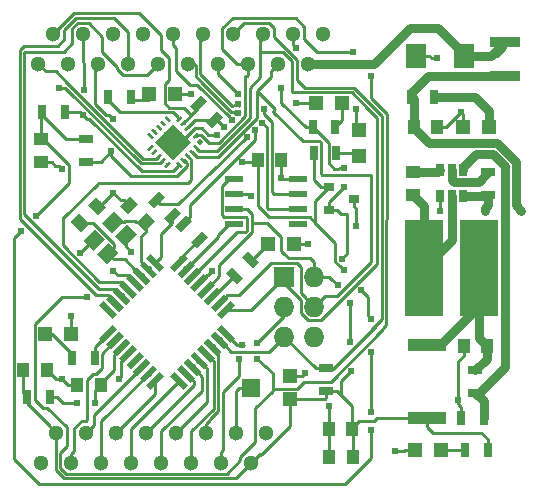
<source format=gbr>
%TF.GenerationSoftware,KiCad,Pcbnew,no-vcs-found-b18601d~60~ubuntu16.04.1*%
%TF.CreationDate,2017-12-11T16:29:56-05:00*%
%TF.ProjectId,etc.,6574632E2E6B696361645F7063620000,rev?*%
%TF.SameCoordinates,Original*%
%TF.FileFunction,Copper,L1,Top,Signal*%
%TF.FilePolarity,Positive*%
%FSLAX46Y46*%
G04 Gerber Fmt 4.6, Leading zero omitted, Abs format (unit mm)*
G04 Created by KiCad (PCBNEW no-vcs-found-b18601d~60~ubuntu16.04.1) date Mon Dec 11 16:29:56 2017*
%MOMM*%
%LPD*%
G01*
G04 APERTURE LIST*
%TA.AperFunction,SMDPad,CuDef*%
%ADD10R,1.200000X1.200000*%
%TD*%
%TA.AperFunction,SMDPad,CuDef*%
%ADD11R,1.550000X0.600000*%
%TD*%
%TA.AperFunction,ComponentPad*%
%ADD12C,1.300000*%
%TD*%
%TA.AperFunction,SMDPad,CuDef*%
%ADD13C,0.700000*%
%TD*%
%TA.AperFunction,Conductor*%
%ADD14C,0.100000*%
%TD*%
%TA.AperFunction,ComponentPad*%
%ADD15R,1.727200X1.727200*%
%TD*%
%TA.AperFunction,ComponentPad*%
%ADD16O,1.727200X1.727200*%
%TD*%
%TA.AperFunction,SMDPad,CuDef*%
%ADD17C,0.550000*%
%TD*%
%TA.AperFunction,SMDPad,CuDef*%
%ADD18C,0.230000*%
%TD*%
%TA.AperFunction,SMDPad,CuDef*%
%ADD19C,2.150000*%
%TD*%
%TA.AperFunction,SMDPad,CuDef*%
%ADD20C,0.435000*%
%TD*%
%TA.AperFunction,SMDPad,CuDef*%
%ADD21C,1.200000*%
%TD*%
%TA.AperFunction,SMDPad,CuDef*%
%ADD22R,1.000000X1.250000*%
%TD*%
%TA.AperFunction,SMDPad,CuDef*%
%ADD23C,1.000000*%
%TD*%
%TA.AperFunction,SMDPad,CuDef*%
%ADD24R,1.250000X1.000000*%
%TD*%
%TA.AperFunction,SMDPad,CuDef*%
%ADD25R,1.778000X2.159000*%
%TD*%
%TA.AperFunction,SMDPad,CuDef*%
%ADD26R,2.500000X0.900000*%
%TD*%
%TA.AperFunction,SMDPad,CuDef*%
%ADD27R,3.300000X8.200000*%
%TD*%
%TA.AperFunction,SMDPad,CuDef*%
%ADD28R,0.700000X1.300000*%
%TD*%
%TA.AperFunction,SMDPad,CuDef*%
%ADD29R,1.300000X0.700000*%
%TD*%
%TA.AperFunction,SMDPad,CuDef*%
%ADD30R,3.200000X1.000000*%
%TD*%
%TA.AperFunction,SMDPad,CuDef*%
%ADD31R,1.500000X1.600000*%
%TD*%
%TA.AperFunction,SMDPad,CuDef*%
%ADD32R,0.650000X1.060000*%
%TD*%
%TA.AperFunction,SMDPad,CuDef*%
%ADD33R,0.900000X0.800000*%
%TD*%
%TA.AperFunction,ViaPad*%
%ADD34C,0.609600*%
%TD*%
%TA.AperFunction,Conductor*%
%ADD35C,0.250000*%
%TD*%
%TA.AperFunction,Conductor*%
%ADD36C,0.254000*%
%TD*%
%TA.AperFunction,Conductor*%
%ADD37C,0.762000*%
%TD*%
G04 APERTURE END LIST*
D10*
%TO.P,D8,1*%
%TO.N,GND*%
X169164000Y-84328000D03*
%TO.P,D8,2*%
%TO.N,Net-(D8-Pad2)*%
X169164000Y-86528000D03*
%TD*%
D11*
%TO.P,U2,1*%
%TO.N,TXCAN*%
X158590000Y-88519000D03*
%TO.P,U2,2*%
%TO.N,GND*%
X158590000Y-89789000D03*
%TO.P,U2,3*%
%TO.N,VCC*%
X158590000Y-91059000D03*
%TO.P,U2,4*%
%TO.N,RXCAN*%
X158590000Y-92329000D03*
%TO.P,U2,5*%
%TO.N,Net-(U2-Pad5)*%
X163990000Y-92329000D03*
%TO.P,U2,6*%
%TO.N,CANL*%
X163990000Y-91059000D03*
%TO.P,U2,7*%
%TO.N,CANH*%
X163990000Y-89789000D03*
%TO.P,U2,8*%
%TO.N,GND*%
X163990000Y-88519000D03*
%TD*%
D10*
%TO.P,D3,2*%
%TO.N,Net-(D3-Pad2)*%
X142580002Y-101600000D03*
%TO.P,D3,1*%
%TO.N,GND*%
X144780000Y-101600000D03*
%TD*%
D12*
%TO.P,J2,5*%
%TO.N,R/W*%
X156210000Y-109982000D03*
%TO.P,J2,3*%
%TO.N,Net-(J2-Pad3)*%
X158750000Y-109982000D03*
%TO.P,J2,1*%
%TO.N,GND*%
X161290000Y-109982000D03*
%TO.P,J2,7*%
%TO.N,DB0*%
X153670000Y-109982000D03*
%TO.P,J2,2*%
%TO.N,VCC*%
X160020000Y-112522000D03*
%TO.P,J2,4*%
%TO.N,RS*%
X157480000Y-112522000D03*
%TO.P,J2,6*%
%TO.N,E*%
X154940000Y-112522000D03*
%TO.P,J2,8*%
%TO.N,DB1*%
X152400000Y-112522000D03*
%TO.P,J2,9*%
%TO.N,DB2*%
X151130000Y-109982000D03*
%TO.P,J2,10*%
%TO.N,DB3*%
X149860000Y-112522000D03*
%TO.P,J2,11*%
%TO.N,DB4*%
X148590000Y-109982000D03*
%TO.P,J2,12*%
%TO.N,DB5*%
X147320000Y-112522000D03*
%TO.P,J2,13*%
%TO.N,DB6*%
X146050000Y-109982000D03*
%TO.P,J2,14*%
%TO.N,DB7*%
X144780000Y-112522000D03*
%TO.P,J2,15*%
%TO.N,VCC*%
X143510000Y-109982000D03*
%TO.P,J2,16*%
%TO.N,GND*%
X142240000Y-112522000D03*
%TD*%
%TO.P,J1,5*%
%TO.N,MISO*%
X161036000Y-76200000D03*
%TO.P,J1,3*%
%TO.N,VCC*%
X163576000Y-76200000D03*
%TO.P,J1,1*%
%TO.N,GND*%
X166115999Y-76200000D03*
%TO.P,J1,7*%
%TO.N,RESET*%
X158496000Y-76200000D03*
%TO.P,J1,2*%
%TO.N,+12V*%
X164846000Y-78740000D03*
%TO.P,J1,4*%
%TO.N,MOSI*%
X162306000Y-78740000D03*
%TO.P,J1,6*%
%TO.N,SCK*%
X159766000Y-78740000D03*
%TO.P,J1,8*%
%TO.N,CANH*%
X157226000Y-78740000D03*
%TO.P,J1,9*%
%TO.N,CANL*%
X155956001Y-76200000D03*
%TO.P,J1,10*%
%TO.N,LED1*%
X154686000Y-78740000D03*
%TO.P,J1,11*%
%TO.N,LED2*%
X153416000Y-76200000D03*
%TO.P,J1,12*%
%TO.N,IMD*%
X152146000Y-78740000D03*
%TO.P,J1,13*%
%TO.N,GND*%
X150876000Y-76200000D03*
%TO.P,J1,14*%
%TO.N,AMS*%
X149606000Y-78740000D03*
%TO.P,J1,15*%
%TO.N,GND*%
X148336000Y-76200000D03*
%TO.P,J1,16*%
%TO.N,SDA*%
X147066000Y-78740000D03*
%TO.P,J1,17*%
%TO.N,SCL*%
X145796000Y-76200000D03*
%TO.P,J1,18*%
%TO.N,INT*%
X144526000Y-78740000D03*
%TO.P,J1,19*%
%TO.N,RST*%
X143255999Y-76200000D03*
%TO.P,J1,20*%
%TO.N,EINT*%
X141986000Y-78740000D03*
%TD*%
D13*
%TO.P,R13,2*%
%TO.N,RST*%
X155538249Y-82132249D03*
D14*
%TD*%
%TO.N,RST*%
%TO.C,R13*%
G36*
X156245356Y-81920117D02*
X155326117Y-82839356D01*
X154831142Y-82344381D01*
X155750381Y-81425142D01*
X156245356Y-81920117D01*
X156245356Y-81920117D01*
G37*
D13*
%TO.P,R13,1*%
%TO.N,+3V3*%
X156881751Y-83475751D03*
D14*
%TD*%
%TO.N,+3V3*%
%TO.C,R13*%
G36*
X157588858Y-83263619D02*
X156669619Y-84182858D01*
X156174644Y-83687883D01*
X157093883Y-82768644D01*
X157588858Y-83263619D01*
X157588858Y-83263619D01*
G37*
D15*
%TO.P,P1,1*%
%TO.N,MISO*%
X162814000Y-96774000D03*
D16*
%TO.P,P1,2*%
%TO.N,VCC*%
X165354000Y-96774000D03*
%TO.P,P1,3*%
%TO.N,SCK*%
X162814000Y-99314000D03*
%TO.P,P1,4*%
%TO.N,MOSI*%
X165354000Y-99314000D03*
%TO.P,P1,5*%
%TO.N,RESET*%
X162814000Y-101853999D03*
%TO.P,P1,6*%
%TO.N,GND*%
X165354000Y-101854000D03*
%TD*%
D17*
%TO.P,IC1,1*%
%TO.N,MISO*%
X157893103Y-99558695D03*
D14*
%TD*%
%TO.N,MISO*%
%TO.C,IC1*%
G36*
X158264334Y-98798555D02*
X158653243Y-99187464D01*
X157521872Y-100318835D01*
X157132963Y-99929926D01*
X158264334Y-98798555D01*
X158264334Y-98798555D01*
G37*
D17*
%TO.P,IC1,2*%
%TO.N,MOSI*%
X157327417Y-98993010D03*
D14*
%TD*%
%TO.N,MOSI*%
%TO.C,IC1*%
G36*
X157698648Y-98232870D02*
X158087557Y-98621779D01*
X156956186Y-99753150D01*
X156567277Y-99364241D01*
X157698648Y-98232870D01*
X157698648Y-98232870D01*
G37*
D17*
%TO.P,IC1,3*%
%TO.N,Net-(IC1-Pad3)*%
X156761732Y-98427324D03*
D14*
%TD*%
%TO.N,Net-(IC1-Pad3)*%
%TO.C,IC1*%
G36*
X157132963Y-97667184D02*
X157521872Y-98056093D01*
X156390501Y-99187464D01*
X156001592Y-98798555D01*
X157132963Y-97667184D01*
X157132963Y-97667184D01*
G37*
D17*
%TO.P,IC1,4*%
%TO.N,VCC*%
X156196047Y-97861639D03*
D14*
%TD*%
%TO.N,VCC*%
%TO.C,IC1*%
G36*
X156567278Y-97101499D02*
X156956187Y-97490408D01*
X155824816Y-98621779D01*
X155435907Y-98232870D01*
X156567278Y-97101499D01*
X156567278Y-97101499D01*
G37*
D17*
%TO.P,IC1,5*%
%TO.N,GND*%
X155630361Y-97295953D03*
D14*
%TD*%
%TO.N,GND*%
%TO.C,IC1*%
G36*
X156001592Y-96535813D02*
X156390501Y-96924722D01*
X155259130Y-98056093D01*
X154870221Y-97667184D01*
X156001592Y-96535813D01*
X156001592Y-96535813D01*
G37*
D17*
%TO.P,IC1,6*%
%TO.N,TXCAN*%
X155064676Y-96730268D03*
D14*
%TD*%
%TO.N,TXCAN*%
%TO.C,IC1*%
G36*
X155435907Y-95970128D02*
X155824816Y-96359037D01*
X154693445Y-97490408D01*
X154304536Y-97101499D01*
X155435907Y-95970128D01*
X155435907Y-95970128D01*
G37*
D17*
%TO.P,IC1,7*%
%TO.N,RXCAN*%
X154498990Y-96164583D03*
D14*
%TD*%
%TO.N,RXCAN*%
%TO.C,IC1*%
G36*
X154870221Y-95404443D02*
X155259130Y-95793352D01*
X154127759Y-96924723D01*
X153738850Y-96535814D01*
X154870221Y-95404443D01*
X154870221Y-95404443D01*
G37*
D17*
%TO.P,IC1,8*%
%TO.N,Net-(IC1-Pad8)*%
X153933305Y-95598897D03*
D14*
%TD*%
%TO.N,Net-(IC1-Pad8)*%
%TO.C,IC1*%
G36*
X154304536Y-94838757D02*
X154693445Y-95227666D01*
X153562074Y-96359037D01*
X153173165Y-95970128D01*
X154304536Y-94838757D01*
X154304536Y-94838757D01*
G37*
D17*
%TO.P,IC1,9*%
%TO.N,Net-(IC1-Pad9)*%
X151882695Y-95598897D03*
D14*
%TD*%
%TO.N,Net-(IC1-Pad9)*%
%TO.C,IC1*%
G36*
X151122555Y-95227666D02*
X151511464Y-94838757D01*
X152642835Y-95970128D01*
X152253926Y-96359037D01*
X151122555Y-95227666D01*
X151122555Y-95227666D01*
G37*
D17*
%TO.P,IC1,10*%
%TO.N,Net-(C5-Pad1)*%
X151317010Y-96164583D03*
D14*
%TD*%
%TO.N,Net-(C5-Pad1)*%
%TO.C,IC1*%
G36*
X150556870Y-95793352D02*
X150945779Y-95404443D01*
X152077150Y-96535814D01*
X151688241Y-96924723D01*
X150556870Y-95793352D01*
X150556870Y-95793352D01*
G37*
D17*
%TO.P,IC1,11*%
%TO.N,Net-(C4-Pad1)*%
X150751324Y-96730268D03*
D14*
%TD*%
%TO.N,Net-(C4-Pad1)*%
%TO.C,IC1*%
G36*
X149991184Y-96359037D02*
X150380093Y-95970128D01*
X151511464Y-97101499D01*
X151122555Y-97490408D01*
X149991184Y-96359037D01*
X149991184Y-96359037D01*
G37*
D17*
%TO.P,IC1,12*%
%TO.N,SCK*%
X150185639Y-97295953D03*
D14*
%TD*%
%TO.N,SCK*%
%TO.C,IC1*%
G36*
X149425499Y-96924722D02*
X149814408Y-96535813D01*
X150945779Y-97667184D01*
X150556870Y-98056093D01*
X149425499Y-96924722D01*
X149425499Y-96924722D01*
G37*
D17*
%TO.P,IC1,13*%
%TO.N,CS*%
X149619953Y-97861639D03*
D14*
%TD*%
%TO.N,CS*%
%TO.C,IC1*%
G36*
X148859813Y-97490408D02*
X149248722Y-97101499D01*
X150380093Y-98232870D01*
X149991184Y-98621779D01*
X148859813Y-97490408D01*
X148859813Y-97490408D01*
G37*
D17*
%TO.P,IC1,14*%
%TO.N,IMD*%
X149054268Y-98427324D03*
D14*
%TD*%
%TO.N,IMD*%
%TO.C,IC1*%
G36*
X148294128Y-98056093D02*
X148683037Y-97667184D01*
X149814408Y-98798555D01*
X149425499Y-99187464D01*
X148294128Y-98056093D01*
X148294128Y-98056093D01*
G37*
D17*
%TO.P,IC1,15*%
%TO.N,AMS*%
X148488583Y-98993010D03*
D14*
%TD*%
%TO.N,AMS*%
%TO.C,IC1*%
G36*
X147728443Y-98621779D02*
X148117352Y-98232870D01*
X149248723Y-99364241D01*
X148859814Y-99753150D01*
X147728443Y-98621779D01*
X147728443Y-98621779D01*
G37*
D17*
%TO.P,IC1,16*%
%TO.N,Net-(IC1-Pad16)*%
X147922897Y-99558695D03*
D14*
%TD*%
%TO.N,Net-(IC1-Pad16)*%
%TO.C,IC1*%
G36*
X147162757Y-99187464D02*
X147551666Y-98798555D01*
X148683037Y-99929926D01*
X148294128Y-100318835D01*
X147162757Y-99187464D01*
X147162757Y-99187464D01*
G37*
D17*
%TO.P,IC1,17*%
%TO.N,Net-(IC1-Pad17)*%
X147922897Y-101609305D03*
D14*
%TD*%
%TO.N,Net-(IC1-Pad17)*%
%TO.C,IC1*%
G36*
X148294128Y-100849165D02*
X148683037Y-101238074D01*
X147551666Y-102369445D01*
X147162757Y-101980536D01*
X148294128Y-100849165D01*
X148294128Y-100849165D01*
G37*
D17*
%TO.P,IC1,18*%
%TO.N,DB7*%
X148488583Y-102174990D03*
D14*
%TD*%
%TO.N,DB7*%
%TO.C,IC1*%
G36*
X148859814Y-101414850D02*
X149248723Y-101803759D01*
X148117352Y-102935130D01*
X147728443Y-102546221D01*
X148859814Y-101414850D01*
X148859814Y-101414850D01*
G37*
D17*
%TO.P,IC1,19*%
%TO.N,Net-(C2-Pad1)*%
X149054268Y-102740676D03*
D14*
%TD*%
%TO.N,Net-(C2-Pad1)*%
%TO.C,IC1*%
G36*
X149425499Y-101980536D02*
X149814408Y-102369445D01*
X148683037Y-103500816D01*
X148294128Y-103111907D01*
X149425499Y-101980536D01*
X149425499Y-101980536D01*
G37*
D17*
%TO.P,IC1,20*%
%TO.N,GND*%
X149619953Y-103306361D03*
D14*
%TD*%
%TO.N,GND*%
%TO.C,IC1*%
G36*
X149991184Y-102546221D02*
X150380093Y-102935130D01*
X149248722Y-104066501D01*
X148859813Y-103677592D01*
X149991184Y-102546221D01*
X149991184Y-102546221D01*
G37*
D17*
%TO.P,IC1,21*%
%TO.N,Net-(IC1-Pad21)*%
X150185639Y-103872047D03*
D14*
%TD*%
%TO.N,Net-(IC1-Pad21)*%
%TO.C,IC1*%
G36*
X150556870Y-103111907D02*
X150945779Y-103500816D01*
X149814408Y-104632187D01*
X149425499Y-104243278D01*
X150556870Y-103111907D01*
X150556870Y-103111907D01*
G37*
D17*
%TO.P,IC1,22*%
%TO.N,DB6*%
X150751324Y-104437732D03*
D14*
%TD*%
%TO.N,DB6*%
%TO.C,IC1*%
G36*
X151122555Y-103677592D02*
X151511464Y-104066501D01*
X150380093Y-105197872D01*
X149991184Y-104808963D01*
X151122555Y-103677592D01*
X151122555Y-103677592D01*
G37*
D17*
%TO.P,IC1,23*%
%TO.N,DB5*%
X151317010Y-105003417D03*
D14*
%TD*%
%TO.N,DB5*%
%TO.C,IC1*%
G36*
X151688241Y-104243277D02*
X152077150Y-104632186D01*
X150945779Y-105763557D01*
X150556870Y-105374648D01*
X151688241Y-104243277D01*
X151688241Y-104243277D01*
G37*
D17*
%TO.P,IC1,24*%
%TO.N,DB4*%
X151882695Y-105569103D03*
D14*
%TD*%
%TO.N,DB4*%
%TO.C,IC1*%
G36*
X152253926Y-104808963D02*
X152642835Y-105197872D01*
X151511464Y-106329243D01*
X151122555Y-105940334D01*
X152253926Y-104808963D01*
X152253926Y-104808963D01*
G37*
D17*
%TO.P,IC1,25*%
%TO.N,DB3*%
X153933305Y-105569103D03*
D14*
%TD*%
%TO.N,DB3*%
%TO.C,IC1*%
G36*
X153173165Y-105197872D02*
X153562074Y-104808963D01*
X154693445Y-105940334D01*
X154304536Y-106329243D01*
X153173165Y-105197872D01*
X153173165Y-105197872D01*
G37*
D17*
%TO.P,IC1,26*%
%TO.N,DB2*%
X154498990Y-105003417D03*
D14*
%TD*%
%TO.N,DB2*%
%TO.C,IC1*%
G36*
X153738850Y-104632186D02*
X154127759Y-104243277D01*
X155259130Y-105374648D01*
X154870221Y-105763557D01*
X153738850Y-104632186D01*
X153738850Y-104632186D01*
G37*
D17*
%TO.P,IC1,27*%
%TO.N,DB1*%
X155064676Y-104437732D03*
D14*
%TD*%
%TO.N,DB1*%
%TO.C,IC1*%
G36*
X154304536Y-104066501D02*
X154693445Y-103677592D01*
X155824816Y-104808963D01*
X155435907Y-105197872D01*
X154304536Y-104066501D01*
X154304536Y-104066501D01*
G37*
D17*
%TO.P,IC1,28*%
%TO.N,DB0*%
X155630361Y-103872047D03*
D14*
%TD*%
%TO.N,DB0*%
%TO.C,IC1*%
G36*
X154870221Y-103500816D02*
X155259130Y-103111907D01*
X156390501Y-104243278D01*
X156001592Y-104632187D01*
X154870221Y-103500816D01*
X154870221Y-103500816D01*
G37*
D17*
%TO.P,IC1,29*%
%TO.N,E*%
X156196047Y-103306361D03*
D14*
%TD*%
%TO.N,E*%
%TO.C,IC1*%
G36*
X155435907Y-102935130D02*
X155824816Y-102546221D01*
X156956187Y-103677592D01*
X156567278Y-104066501D01*
X155435907Y-102935130D01*
X155435907Y-102935130D01*
G37*
D17*
%TO.P,IC1,30*%
%TO.N,R/W*%
X156761732Y-102740676D03*
D14*
%TD*%
%TO.N,R/W*%
%TO.C,IC1*%
G36*
X156001592Y-102369445D02*
X156390501Y-101980536D01*
X157521872Y-103111907D01*
X157132963Y-103500816D01*
X156001592Y-102369445D01*
X156001592Y-102369445D01*
G37*
D17*
%TO.P,IC1,31*%
%TO.N,RESET*%
X157327417Y-102174990D03*
D14*
%TD*%
%TO.N,RESET*%
%TO.C,IC1*%
G36*
X156567277Y-101803759D02*
X156956186Y-101414850D01*
X158087557Y-102546221D01*
X157698648Y-102935130D01*
X156567277Y-101803759D01*
X156567277Y-101803759D01*
G37*
D17*
%TO.P,IC1,32*%
%TO.N,RS*%
X157893103Y-101609305D03*
D14*
%TD*%
%TO.N,RS*%
%TO.C,IC1*%
G36*
X157132963Y-101238074D02*
X157521872Y-100849165D01*
X158653243Y-101980536D01*
X158264334Y-102369445D01*
X157132963Y-101238074D01*
X157132963Y-101238074D01*
G37*
D10*
%TO.P,D2,1*%
%TO.N,GND*%
X163659999Y-93980000D03*
%TO.P,D2,2*%
%TO.N,Net-(D2-Pad2)*%
X161460001Y-93980000D03*
%TD*%
D18*
%TO.P,U3,1*%
%TO.N,SCK*%
X155342866Y-84831348D03*
D14*
%TD*%
%TO.N,SCK*%
%TO.C,U3*%
G36*
X155456003Y-84555576D02*
X155618638Y-84718211D01*
X155229729Y-85107120D01*
X155067094Y-84944485D01*
X155456003Y-84555576D01*
X155456003Y-84555576D01*
G37*
D18*
%TO.P,U3,2*%
%TO.N,GND*%
X154989313Y-84477794D03*
D14*
%TD*%
%TO.N,GND*%
%TO.C,U3*%
G36*
X155102450Y-84202022D02*
X155265085Y-84364657D01*
X154876176Y-84753566D01*
X154713541Y-84590931D01*
X155102450Y-84202022D01*
X155102450Y-84202022D01*
G37*
D18*
%TO.P,U3,3*%
%TO.N,+3V3*%
X154635759Y-84124241D03*
D14*
%TD*%
%TO.N,+3V3*%
%TO.C,U3*%
G36*
X154748896Y-83848469D02*
X154911531Y-84011104D01*
X154522622Y-84400013D01*
X154359987Y-84237378D01*
X154748896Y-83848469D01*
X154748896Y-83848469D01*
G37*
D18*
%TO.P,U3,4*%
%TO.N,RST*%
X154282206Y-83770687D03*
D14*
%TD*%
%TO.N,RST*%
%TO.C,U3*%
G36*
X154395343Y-83494915D02*
X154557978Y-83657550D01*
X154169069Y-84046459D01*
X154006434Y-83883824D01*
X154395343Y-83494915D01*
X154395343Y-83494915D01*
G37*
D18*
%TO.P,U3,5*%
%TO.N,GPIO_0*%
X153928652Y-83417134D03*
D14*
%TD*%
%TO.N,GPIO_0*%
%TO.C,U3*%
G36*
X154041789Y-83141362D02*
X154204424Y-83303997D01*
X153815515Y-83692906D01*
X153652880Y-83530271D01*
X154041789Y-83141362D01*
X154041789Y-83141362D01*
G37*
D18*
%TO.P,U3,6*%
%TO.N,Net-(U3-Pad6)*%
X152903348Y-83417134D03*
D14*
%TD*%
%TO.N,Net-(U3-Pad6)*%
%TO.C,U3*%
G36*
X152790211Y-83141362D02*
X153179120Y-83530271D01*
X153016485Y-83692906D01*
X152627576Y-83303997D01*
X152790211Y-83141362D01*
X152790211Y-83141362D01*
G37*
D18*
%TO.P,U3,7*%
%TO.N,Net-(U3-Pad7)*%
X152549794Y-83770687D03*
D14*
%TD*%
%TO.N,Net-(U3-Pad7)*%
%TO.C,U3*%
G36*
X152436657Y-83494915D02*
X152825566Y-83883824D01*
X152662931Y-84046459D01*
X152274022Y-83657550D01*
X152436657Y-83494915D01*
X152436657Y-83494915D01*
G37*
D18*
%TO.P,U3,8*%
%TO.N,Net-(U3-Pad8)*%
X152196241Y-84124241D03*
D14*
%TD*%
%TO.N,Net-(U3-Pad8)*%
%TO.C,U3*%
G36*
X152083104Y-83848469D02*
X152472013Y-84237378D01*
X152309378Y-84400013D01*
X151920469Y-84011104D01*
X152083104Y-83848469D01*
X152083104Y-83848469D01*
G37*
D18*
%TO.P,U3,9*%
%TO.N,Net-(U3-Pad9)*%
X151842687Y-84477794D03*
D14*
%TD*%
%TO.N,Net-(U3-Pad9)*%
%TO.C,U3*%
G36*
X151729550Y-84202022D02*
X152118459Y-84590931D01*
X151955824Y-84753566D01*
X151566915Y-84364657D01*
X151729550Y-84202022D01*
X151729550Y-84202022D01*
G37*
D18*
%TO.P,U3,10*%
%TO.N,Net-(U3-Pad10)*%
X151489134Y-84831348D03*
D14*
%TD*%
%TO.N,Net-(U3-Pad10)*%
%TO.C,U3*%
G36*
X151375997Y-84555576D02*
X151764906Y-84944485D01*
X151602271Y-85107120D01*
X151213362Y-84718211D01*
X151375997Y-84555576D01*
X151375997Y-84555576D01*
G37*
D18*
%TO.P,U3,11*%
%TO.N,Net-(U3-Pad11)*%
X151489134Y-85856652D03*
D14*
%TD*%
%TO.N,Net-(U3-Pad11)*%
%TO.C,U3*%
G36*
X151602271Y-85580880D02*
X151764906Y-85743515D01*
X151375997Y-86132424D01*
X151213362Y-85969789D01*
X151602271Y-85580880D01*
X151602271Y-85580880D01*
G37*
D18*
%TO.P,U3,12*%
%TO.N,Net-(U3-Pad12)*%
X151842687Y-86210206D03*
D14*
%TD*%
%TO.N,Net-(U3-Pad12)*%
%TO.C,U3*%
G36*
X151955824Y-85934434D02*
X152118459Y-86097069D01*
X151729550Y-86485978D01*
X151566915Y-86323343D01*
X151955824Y-85934434D01*
X151955824Y-85934434D01*
G37*
D18*
%TO.P,U3,13*%
%TO.N,EINT*%
X152196241Y-86563759D03*
D14*
%TD*%
%TO.N,EINT*%
%TO.C,U3*%
G36*
X152309378Y-86287987D02*
X152472013Y-86450622D01*
X152083104Y-86839531D01*
X151920469Y-86676896D01*
X152309378Y-86287987D01*
X152309378Y-86287987D01*
G37*
D18*
%TO.P,U3,14*%
%TO.N,INT*%
X152549794Y-86917313D03*
D14*
%TD*%
%TO.N,INT*%
%TO.C,U3*%
G36*
X152662931Y-86641541D02*
X152825566Y-86804176D01*
X152436657Y-87193085D01*
X152274022Y-87030450D01*
X152662931Y-86641541D01*
X152662931Y-86641541D01*
G37*
D18*
%TO.P,U3,15*%
%TO.N,Net-(U3-Pad15)*%
X152903348Y-87270866D03*
D14*
%TD*%
%TO.N,Net-(U3-Pad15)*%
%TO.C,U3*%
G36*
X153016485Y-86995094D02*
X153179120Y-87157729D01*
X152790211Y-87546638D01*
X152627576Y-87384003D01*
X153016485Y-86995094D01*
X153016485Y-86995094D01*
G37*
D18*
%TO.P,U3,16*%
%TO.N,SCL*%
X153928652Y-87270866D03*
D14*
%TD*%
%TO.N,SCL*%
%TO.C,U3*%
G36*
X153815515Y-86995094D02*
X154204424Y-87384003D01*
X154041789Y-87546638D01*
X153652880Y-87157729D01*
X153815515Y-86995094D01*
X153815515Y-86995094D01*
G37*
D18*
%TO.P,U3,17*%
%TO.N,SDA*%
X154282206Y-86917313D03*
D14*
%TD*%
%TO.N,SDA*%
%TO.C,U3*%
G36*
X154169069Y-86641541D02*
X154557978Y-87030450D01*
X154395343Y-87193085D01*
X154006434Y-86804176D01*
X154169069Y-86641541D01*
X154169069Y-86641541D01*
G37*
D18*
%TO.P,U3,18*%
%TO.N,CS*%
X154635759Y-86563759D03*
D14*
%TD*%
%TO.N,CS*%
%TO.C,U3*%
G36*
X154522622Y-86287987D02*
X154911531Y-86676896D01*
X154748896Y-86839531D01*
X154359987Y-86450622D01*
X154522622Y-86287987D01*
X154522622Y-86287987D01*
G37*
D18*
%TO.P,U3,19*%
%TO.N,MOSI*%
X154989313Y-86210206D03*
D14*
%TD*%
%TO.N,MOSI*%
%TO.C,U3*%
G36*
X154876176Y-85934434D02*
X155265085Y-86323343D01*
X155102450Y-86485978D01*
X154713541Y-86097069D01*
X154876176Y-85934434D01*
X154876176Y-85934434D01*
G37*
D18*
%TO.P,U3,20*%
%TO.N,MISO*%
X155342866Y-85856652D03*
D14*
%TD*%
%TO.N,MISO*%
%TO.C,U3*%
G36*
X155229729Y-85580880D02*
X155618638Y-85969789D01*
X155456003Y-86132424D01*
X155067094Y-85743515D01*
X155229729Y-85580880D01*
X155229729Y-85580880D01*
G37*
D19*
%TO.P,U3,GND*%
%TO.N,GND*%
X153416000Y-85344000D03*
D14*
%TD*%
%TO.N,GND*%
%TO.C,U3*%
G36*
X153416000Y-83823720D02*
X154936280Y-85344000D01*
X153416000Y-86864280D01*
X151895720Y-85344000D01*
X153416000Y-83823720D01*
X153416000Y-83823720D01*
G37*
D20*
%TO.P,U3,*%
%TO.N,*%
X155682277Y-85344000D03*
D14*
%TD*%
%TO.N,*%
%TO.C,U3*%
G36*
X155682277Y-85036409D02*
X155989868Y-85344000D01*
X155682277Y-85651591D01*
X155374686Y-85344000D01*
X155682277Y-85036409D01*
X155682277Y-85036409D01*
G37*
D10*
%TO.P,D6,2*%
%TO.N,Net-(D6-Pad2)*%
X151384000Y-81280000D03*
%TO.P,D6,1*%
%TO.N,GND*%
X153584000Y-81280000D03*
%TD*%
D21*
%TO.P,Y1,1*%
%TO.N,Net-(C4-Pad1)*%
X147869868Y-94815503D03*
D14*
%TD*%
%TO.N,Net-(C4-Pad1)*%
%TO.C,Y1*%
G36*
X147799157Y-95734742D02*
X146950629Y-94886214D01*
X147940579Y-93896264D01*
X148789107Y-94744792D01*
X147799157Y-95734742D01*
X147799157Y-95734742D01*
G37*
D21*
%TO.P,Y1,2*%
%TO.N,GND*%
X149425503Y-93259868D03*
D14*
%TD*%
%TO.N,GND*%
%TO.C,Y1*%
G36*
X149354792Y-94179107D02*
X148506264Y-93330579D01*
X149496214Y-92340629D01*
X150344742Y-93189157D01*
X149354792Y-94179107D01*
X149354792Y-94179107D01*
G37*
D21*
%TO.P,Y1,3*%
%TO.N,Net-(C5-Pad1)*%
X148294132Y-92128497D03*
D14*
%TD*%
%TO.N,Net-(C5-Pad1)*%
%TO.C,Y1*%
G36*
X148223421Y-93047736D02*
X147374893Y-92199208D01*
X148364843Y-91209258D01*
X149213371Y-92057786D01*
X148223421Y-93047736D01*
X148223421Y-93047736D01*
G37*
D21*
%TO.P,Y1,4*%
%TO.N,GND*%
X146738497Y-93684132D03*
D14*
%TD*%
%TO.N,GND*%
%TO.C,Y1*%
G36*
X146667786Y-94603371D02*
X145819258Y-93754843D01*
X146809208Y-92764893D01*
X147657736Y-93613421D01*
X146667786Y-94603371D01*
X146667786Y-94603371D01*
G37*
D22*
%TO.P,C1,1*%
%TO.N,VCC*%
X140732000Y-104648000D03*
%TO.P,C1,2*%
%TO.N,GND*%
X142732000Y-104648000D03*
%TD*%
%TO.P,C2,1*%
%TO.N,Net-(C2-Pad1)*%
X147304000Y-105918000D03*
%TO.P,C2,2*%
%TO.N,GND*%
X145304000Y-105918000D03*
%TD*%
%TO.P,C3,2*%
%TO.N,GND*%
X175768000Y-84074000D03*
%TO.P,C3,1*%
%TO.N,Net-(C3-Pad1)*%
X173768000Y-84074000D03*
%TD*%
D23*
%TO.P,C4,1*%
%TO.N,Net-(C4-Pad1)*%
X145542000Y-92202000D03*
D14*
%TD*%
%TO.N,Net-(C4-Pad1)*%
%TO.C,C4*%
G36*
X145630388Y-92997495D02*
X144746505Y-92113612D01*
X145453612Y-91406505D01*
X146337495Y-92290388D01*
X145630388Y-92997495D01*
X145630388Y-92997495D01*
G37*
D23*
%TO.P,C4,2*%
%TO.N,GND*%
X146956214Y-90787786D03*
D14*
%TD*%
%TO.N,GND*%
%TO.C,C4*%
G36*
X147044602Y-91583281D02*
X146160719Y-90699398D01*
X146867826Y-89992291D01*
X147751709Y-90876174D01*
X147044602Y-91583281D01*
X147044602Y-91583281D01*
G37*
D23*
%TO.P,C5,2*%
%TO.N,GND*%
X149660893Y-90732893D03*
D14*
%TD*%
%TO.N,GND*%
%TO.C,C5*%
G36*
X150456388Y-90644505D02*
X149572505Y-91528388D01*
X148865398Y-90821281D01*
X149749281Y-89937398D01*
X150456388Y-90644505D01*
X150456388Y-90644505D01*
G37*
D23*
%TO.P,C5,1*%
%TO.N,Net-(C5-Pad1)*%
X151075107Y-92147107D03*
D14*
%TD*%
%TO.N,Net-(C5-Pad1)*%
%TO.C,C5*%
G36*
X151870602Y-92058719D02*
X150986719Y-92942602D01*
X150279612Y-92235495D01*
X151163495Y-91351612D01*
X151870602Y-92058719D01*
X151870602Y-92058719D01*
G37*
D24*
%TO.P,C6,2*%
%TO.N,Net-(C6-Pad2)*%
X173736000Y-89900000D03*
%TO.P,C6,1*%
%TO.N,Net-(C6-Pad1)*%
X173736000Y-87900000D03*
%TD*%
D22*
%TO.P,C7,2*%
%TO.N,GND*%
X177993796Y-102608342D03*
%TO.P,C7,1*%
%TO.N,Net-(C7-Pad1)*%
X179993796Y-102608342D03*
%TD*%
%TO.P,C8,1*%
%TO.N,VCC*%
X168640000Y-112014000D03*
%TO.P,C8,2*%
%TO.N,GND*%
X166640000Y-112014000D03*
%TD*%
%TO.P,C9,2*%
%TO.N,GND*%
X166580466Y-109696262D03*
%TO.P,C9,1*%
%TO.N,VCC*%
X168580466Y-109696262D03*
%TD*%
%TO.P,C10,1*%
%TO.N,+3V3*%
X160560000Y-86868000D03*
%TO.P,C10,2*%
%TO.N,GND*%
X162560000Y-86868000D03*
%TD*%
D24*
%TO.P,C11,1*%
%TO.N,+3V3*%
X142240000Y-85106000D03*
%TO.P,C11,2*%
%TO.N,GND*%
X142240000Y-87106000D03*
%TD*%
D10*
%TO.P,D1,2*%
%TO.N,Net-(D1-Pad2)*%
X180170000Y-84074000D03*
%TO.P,D1,1*%
%TO.N,GND*%
X177970000Y-84074000D03*
%TD*%
%TO.P,D4,2*%
%TO.N,Net-(D4-Pad2)*%
X176098545Y-111447295D03*
%TO.P,D4,1*%
%TO.N,GND*%
X173898545Y-111447295D03*
%TD*%
D25*
%TO.P,D5,2*%
%TO.N,GND*%
X173990000Y-78105000D03*
%TO.P,D5,1*%
%TO.N,+12V*%
X178054000Y-78105000D03*
%TD*%
D10*
%TO.P,D7,1*%
%TO.N,GND*%
X165524000Y-82042000D03*
%TO.P,D7,2*%
%TO.N,Net-(D7-Pad2)*%
X167724000Y-82042000D03*
%TD*%
D26*
%TO.P,F1,1*%
%TO.N,+12V*%
X181483000Y-76909000D03*
%TO.P,F1,2*%
%TO.N,Net-(C3-Pad1)*%
X181483000Y-79809000D03*
%TD*%
D27*
%TO.P,L1,1*%
%TO.N,Net-(C6-Pad2)*%
X174624000Y-96012000D03*
%TO.P,L1,2*%
%TO.N,Net-(C7-Pad1)*%
X179324000Y-96012000D03*
%TD*%
D28*
%TO.P,R1,1*%
%TO.N,VCC*%
X141036000Y-106934000D03*
%TO.P,R1,2*%
%TO.N,Net-(C2-Pad1)*%
X142936000Y-106934000D03*
%TD*%
%TO.P,R2,1*%
%TO.N,Net-(C3-Pad1)*%
X173548000Y-81534000D03*
%TO.P,R2,2*%
%TO.N,Net-(D1-Pad2)*%
X175448000Y-81534000D03*
%TD*%
D29*
%TO.P,R3,2*%
%TO.N,Net-(R3-Pad2)*%
X180086000Y-87950000D03*
%TO.P,R3,1*%
%TO.N,Net-(C3-Pad1)*%
X180086000Y-89850000D03*
%TD*%
D28*
%TO.P,R4,2*%
%TO.N,Net-(IC1-Pad17)*%
X146745999Y-103632000D03*
%TO.P,R4,1*%
%TO.N,Net-(D3-Pad2)*%
X144846001Y-103632000D03*
%TD*%
D13*
%TO.P,R5,1*%
%TO.N,Net-(D2-Pad2)*%
X159929751Y-95340249D03*
D14*
%TD*%
%TO.N,Net-(D2-Pad2)*%
%TO.C,R5*%
G36*
X159717619Y-94633142D02*
X160636858Y-95552381D01*
X160141883Y-96047356D01*
X159222644Y-95128117D01*
X159717619Y-94633142D01*
X159717619Y-94633142D01*
G37*
D13*
%TO.P,R5,2*%
%TO.N,Net-(IC1-Pad3)*%
X158586249Y-96683751D03*
D14*
%TD*%
%TO.N,Net-(IC1-Pad3)*%
%TO.C,R5*%
G36*
X158374117Y-95976644D02*
X159293356Y-96895883D01*
X158798381Y-97390858D01*
X157879142Y-96471619D01*
X158374117Y-95976644D01*
X158374117Y-95976644D01*
G37*
D29*
%TO.P,R6,2*%
%TO.N,RESET*%
X166370000Y-104526002D03*
%TO.P,R6,1*%
%TO.N,VCC*%
X166370000Y-106426000D03*
%TD*%
D13*
%TO.P,R7,1*%
%TO.N,LED2*%
X151982249Y-90260249D03*
D14*
%TD*%
%TO.N,LED2*%
%TO.C,R7*%
G36*
X151275142Y-90472381D02*
X152194381Y-89553142D01*
X152689356Y-90048117D01*
X151770117Y-90967356D01*
X151275142Y-90472381D01*
X151275142Y-90472381D01*
G37*
D13*
%TO.P,R7,2*%
%TO.N,Net-(IC1-Pad9)*%
X153325751Y-91603751D03*
D14*
%TD*%
%TO.N,Net-(IC1-Pad9)*%
%TO.C,R7*%
G36*
X152618644Y-91815883D02*
X153537883Y-90896644D01*
X154032858Y-91391619D01*
X153113619Y-92310858D01*
X152618644Y-91815883D01*
X152618644Y-91815883D01*
G37*
D13*
%TO.P,R8,2*%
%TO.N,Net-(IC1-Pad8)*%
X155611751Y-93635751D03*
D14*
%TD*%
%TO.N,Net-(IC1-Pad8)*%
%TO.C,R8*%
G36*
X154904644Y-93847883D02*
X155823883Y-92928644D01*
X156318858Y-93423619D01*
X155399619Y-94342858D01*
X154904644Y-93847883D01*
X154904644Y-93847883D01*
G37*
D13*
%TO.P,R8,1*%
%TO.N,LED1*%
X154268249Y-92292249D03*
D14*
%TD*%
%TO.N,LED1*%
%TO.C,R8*%
G36*
X153561142Y-92504381D02*
X154480381Y-91585142D01*
X154975356Y-92080117D01*
X154056117Y-92999356D01*
X153561142Y-92504381D01*
X153561142Y-92504381D01*
G37*
D28*
%TO.P,R9,2*%
%TO.N,GND*%
X177789796Y-108704342D03*
%TO.P,R9,1*%
%TO.N,Net-(R10-Pad1)*%
X179689796Y-108704342D03*
%TD*%
D29*
%TO.P,R10,1*%
%TO.N,Net-(R10-Pad1)*%
X178993796Y-106606342D03*
%TO.P,R10,2*%
%TO.N,Net-(C7-Pad1)*%
X178993796Y-104706342D03*
%TD*%
D30*
%TO.P,R11,1*%
%TO.N,VCC*%
X174929796Y-108756342D03*
%TO.P,R11,2*%
%TO.N,Net-(C7-Pad1)*%
X174929796Y-102556342D03*
%TD*%
D28*
%TO.P,R12,1*%
%TO.N,VCC*%
X180020000Y-111447295D03*
%TO.P,R12,2*%
%TO.N,Net-(D4-Pad2)*%
X178120000Y-111447295D03*
%TD*%
%TO.P,R14,1*%
%TO.N,+3V3*%
X142306000Y-82804000D03*
%TO.P,R14,2*%
%TO.N,SCL*%
X144206000Y-82804000D03*
%TD*%
D29*
%TO.P,R15,2*%
%TO.N,SDA*%
X146050000Y-87055999D03*
%TO.P,R15,1*%
%TO.N,+3V3*%
X146050000Y-85156001D03*
%TD*%
D28*
%TO.P,R16,1*%
%TO.N,GPIO_0*%
X147894001Y-81534000D03*
%TO.P,R16,2*%
%TO.N,Net-(D6-Pad2)*%
X149793999Y-81534000D03*
%TD*%
%TO.P,R17,2*%
%TO.N,Net-(D7-Pad2)*%
X167129873Y-84127135D03*
%TO.P,R17,1*%
%TO.N,VCC*%
X165229873Y-84127135D03*
%TD*%
%TO.P,R18,1*%
%TO.N,+3V3*%
X165290873Y-86286135D03*
%TO.P,R18,2*%
%TO.N,Net-(D8-Pad2)*%
X167190873Y-86286135D03*
%TD*%
D10*
%TO.P,RV1,3*%
%TO.N,GND*%
X163270000Y-105172000D03*
D31*
%TO.P,RV1,2*%
%TO.N,Net-(J2-Pad3)*%
X160020000Y-106172000D03*
D10*
%TO.P,RV1,1*%
%TO.N,VCC*%
X163270000Y-107172000D03*
%TD*%
D32*
%TO.P,U1,1*%
%TO.N,GND*%
X176022000Y-89916000D03*
%TO.P,U1,2*%
%TO.N,Net-(C6-Pad2)*%
X176972000Y-89916000D03*
%TO.P,U1,3*%
%TO.N,Net-(C3-Pad1)*%
X177922000Y-89916000D03*
%TO.P,U1,4*%
%TO.N,Net-(R10-Pad1)*%
X177922000Y-87716000D03*
%TO.P,U1,6*%
%TO.N,Net-(C6-Pad1)*%
X176022000Y-87716000D03*
%TO.P,U1,5*%
%TO.N,Net-(R3-Pad2)*%
X176972000Y-87716000D03*
%TD*%
D33*
%TO.P,U4,1*%
%TO.N,+3V3*%
X166590000Y-89220000D03*
%TO.P,U4,2*%
%TO.N,VCC*%
X166590000Y-91120000D03*
%TO.P,U4,3*%
%TO.N,GND*%
X168690000Y-90170000D03*
%TD*%
D34*
%TO.N,VCC*%
X162560000Y-80772000D03*
X163830000Y-77373238D03*
X167894000Y-89154000D03*
X167714200Y-95250000D03*
X167894000Y-87555800D03*
X167894000Y-87555800D03*
X168486340Y-104732340D03*
X168369908Y-102329908D03*
X168402000Y-98983052D03*
X167355322Y-97505322D03*
X167355322Y-97505322D03*
%TO.N,GND*%
X168910000Y-92456000D03*
X176022000Y-91186000D03*
X177546000Y-107188000D03*
X177800000Y-82804000D03*
X164846000Y-93980000D03*
X159975800Y-89916000D03*
X162560000Y-88392000D03*
X144780000Y-100076000D03*
X144018000Y-105410000D03*
X156718000Y-96266000D03*
X154940000Y-81280000D03*
X157129555Y-84739556D03*
X148844000Y-105410000D03*
X166624000Y-107696000D03*
X164592000Y-104902000D03*
X145542000Y-94742000D03*
X144018000Y-87630000D03*
X149860000Y-94642893D03*
X148336000Y-89662000D03*
X175768000Y-78232000D03*
X168910000Y-82550000D03*
X163830000Y-82042000D03*
X172212000Y-111506000D03*
%TO.N,Net-(C2-Pad1)*%
X146812000Y-107442000D03*
X145288000Y-107442000D03*
%TO.N,Net-(C3-Pad1)*%
X182880000Y-91186000D03*
X179832000Y-91186000D03*
%TO.N,+3V3*%
X140558322Y-92867678D03*
X167832644Y-96204644D03*
X167832644Y-96204644D03*
X169278433Y-97904433D03*
X170180000Y-100330000D03*
X170180000Y-100330000D03*
X170180000Y-103124000D03*
X170180000Y-108204000D03*
X170180000Y-109728000D03*
X170180000Y-109728000D03*
X170180000Y-109728000D03*
X141809303Y-91616697D03*
X159233393Y-87097393D03*
X157734000Y-84074000D03*
%TO.N,SCK*%
X170180000Y-79756000D03*
X168656000Y-77724000D03*
X146118598Y-98483402D03*
X146118598Y-98483402D03*
X160528000Y-102362000D03*
X160528000Y-102362000D03*
X160528000Y-103701400D03*
X148336000Y-96266000D03*
%TO.N,RS*%
X159004000Y-103701400D03*
X159004000Y-103701400D03*
X159258000Y-102546600D03*
%TO.N,CANH*%
X161105400Y-82550000D03*
X161105400Y-82550000D03*
X158934600Y-81280000D03*
X158934600Y-81280000D03*
%TO.N,CANL*%
X160929692Y-83720355D03*
X158934600Y-82144681D03*
%TO.N,LED1*%
X158884945Y-82895442D03*
X160298023Y-84352023D03*
%TO.N,LED2*%
X158404363Y-83474363D03*
X159690309Y-84959738D03*
%TO.N,SDA*%
X148290353Y-83395077D03*
X148180232Y-86166650D03*
%TO.N,SCL*%
X145870113Y-80972100D03*
X145768716Y-83085284D03*
%TO.N,INT*%
X143764000Y-80772000D03*
%TD*%
D35*
%TO.N,VCC*%
X165229873Y-84127135D02*
X164629873Y-84127135D01*
X164629873Y-84127135D02*
X162560000Y-82057262D01*
X162560000Y-82057262D02*
X162560000Y-80772000D01*
X165229873Y-84127135D02*
X166563472Y-85460734D01*
X166563472Y-85460734D02*
X166563472Y-87158056D01*
X163830000Y-77470000D02*
X163830000Y-77373238D01*
X163576000Y-76200000D02*
X163576000Y-77119238D01*
X163576000Y-77119238D02*
X163830000Y-77373238D01*
%TO.N,Net-(D7-Pad2)*%
X167724000Y-82042000D02*
X167724000Y-83533008D01*
X167724000Y-83533008D02*
X167129873Y-84127135D01*
X167129873Y-84127135D02*
X167129873Y-84427135D01*
%TO.N,VCC*%
X143510000Y-109982000D02*
X143510000Y-111444907D01*
X143510000Y-111444907D02*
X143450189Y-111504718D01*
X143450189Y-111504718D02*
X143450189Y-113133836D01*
X158690189Y-113851811D02*
X158750000Y-113792000D01*
X143450189Y-113133836D02*
X144168164Y-113851811D01*
X144168164Y-113851811D02*
X158690189Y-113851811D01*
X141036000Y-106934000D02*
X141036000Y-107508000D01*
X141036000Y-107508000D02*
X142860001Y-109332001D01*
X142860001Y-109332001D02*
X143510000Y-109982000D01*
X140732000Y-104648000D02*
X140732000Y-106630000D01*
X140732000Y-106630000D02*
X141036000Y-106934000D01*
X162782598Y-94801921D02*
X162814000Y-94833323D01*
X162814000Y-94833323D02*
X163209267Y-95228590D01*
X160044811Y-92202000D02*
X161381323Y-92202000D01*
X162560000Y-93380677D02*
X162560000Y-94579323D01*
X161381323Y-92202000D02*
X162560000Y-93380677D01*
X162560000Y-94579323D02*
X162814000Y-94833323D01*
X166590000Y-91120000D02*
X166590000Y-90470000D01*
X166590000Y-90470000D02*
X167894000Y-89166000D01*
X168159410Y-91440000D02*
X168159410Y-94730590D01*
X166590000Y-91120000D02*
X167290000Y-91120000D01*
X167290000Y-91120000D02*
X167610000Y-91440000D01*
X167610000Y-91440000D02*
X168159410Y-91440000D01*
X168159410Y-94730590D02*
X167714200Y-95250000D01*
X167640000Y-95250000D02*
X167714200Y-95250000D01*
X167035416Y-87630000D02*
X167894000Y-87555800D01*
X167894000Y-87630000D02*
X167894000Y-87555800D01*
X166563472Y-87158056D02*
X167035416Y-87630000D01*
%TO.N,Net-(D7-Pad2)*%
X167129873Y-84127135D02*
X167185135Y-84127135D01*
%TO.N,VCC*%
X166624000Y-96774000D02*
X166878000Y-97028000D01*
X166878000Y-97028000D02*
X167355322Y-97505322D01*
X167640000Y-106796000D02*
X168580466Y-107736466D01*
X167640000Y-106796000D02*
X167640000Y-105578680D01*
X167270000Y-106426000D02*
X167640000Y-106796000D01*
X167640000Y-105578680D02*
X168486340Y-104732340D01*
X168402000Y-102108000D02*
X168402000Y-102297816D01*
X168402000Y-102297816D02*
X168369908Y-102329908D01*
X168402000Y-98983052D02*
X168402000Y-102108000D01*
X167386000Y-97536000D02*
X167355322Y-97505322D01*
X165354000Y-96774000D02*
X166624000Y-96774000D01*
X160044811Y-92202000D02*
X160044811Y-91488811D01*
X165354000Y-95552686D02*
X165354000Y-96774000D01*
X160044811Y-93017604D02*
X160044811Y-92202000D01*
X163209267Y-95228590D02*
X165029904Y-95228590D01*
X165029904Y-95228590D02*
X165354000Y-95552686D01*
X160020000Y-112522000D02*
X158750000Y-113792000D01*
X160884554Y-111760000D02*
X161392554Y-111252000D01*
X160772553Y-111872001D02*
X160884554Y-111760000D01*
X160884554Y-111760000D02*
X160782000Y-111760000D01*
X160782000Y-111760000D02*
X160020000Y-112522000D01*
X161392554Y-111252000D02*
X163270000Y-109374554D01*
X163270000Y-109374554D02*
X163270000Y-108022000D01*
X163270000Y-108022000D02*
X163270000Y-107172000D01*
X141036000Y-106934000D02*
X141036000Y-107234000D01*
X141036000Y-104952000D02*
X140732000Y-104648000D01*
X168580466Y-109571262D02*
X169164000Y-108987728D01*
X169164000Y-108987728D02*
X170434000Y-108987728D01*
X170434000Y-108987728D02*
X170665386Y-108756342D01*
X156196047Y-97861639D02*
X157300201Y-96757485D01*
X157300201Y-96757485D02*
X157300201Y-95762214D01*
X157300201Y-95762214D02*
X160044811Y-93017604D01*
X160044811Y-91488811D02*
X159615000Y-91059000D01*
X159615000Y-91059000D02*
X158590000Y-91059000D01*
X163270000Y-107172000D02*
X166224000Y-107172000D01*
X166224000Y-107172000D02*
X166370000Y-107026000D01*
X166370000Y-107026000D02*
X166370000Y-106426000D01*
X166370000Y-106426000D02*
X167270000Y-106426000D01*
X168580466Y-107736466D02*
X168580466Y-108821262D01*
X168580466Y-108821262D02*
X168580466Y-109696262D01*
X168640000Y-112014000D02*
X168640000Y-109755796D01*
X168640000Y-109755796D02*
X168580466Y-109696262D01*
X180020000Y-111447295D02*
X180020000Y-110547295D01*
X180020000Y-110547295D02*
X179454705Y-109982000D01*
X179454705Y-109982000D02*
X175405454Y-109982000D01*
X175405454Y-109982000D02*
X174929796Y-109506342D01*
X174929796Y-109506342D02*
X174929796Y-108756342D01*
X168580466Y-109696262D02*
X168580466Y-109571262D01*
X170665386Y-108756342D02*
X173079796Y-108756342D01*
X173079796Y-108756342D02*
X174929796Y-108756342D01*
%TO.N,GND*%
X168910000Y-91040000D02*
X168910000Y-92456000D01*
X168690000Y-90170000D02*
X168690000Y-90820000D01*
X168690000Y-90820000D02*
X168910000Y-91040000D01*
X154275260Y-85344000D02*
X154275260Y-85191847D01*
X154275260Y-85191847D02*
X154989313Y-84477794D01*
X153416000Y-85344000D02*
X154275260Y-85344000D01*
X176022000Y-90696000D02*
X176022000Y-91186000D01*
X176022000Y-89916000D02*
X176022000Y-90696000D01*
X175768000Y-84074000D02*
X176530000Y-84074000D01*
X176530000Y-84074000D02*
X177800000Y-82804000D01*
X177970000Y-84074000D02*
X177970000Y-82974000D01*
X177970000Y-82974000D02*
X177800000Y-82804000D01*
X177993796Y-102608342D02*
X177993796Y-103483342D01*
X177993796Y-103483342D02*
X177546000Y-103931138D01*
X177546000Y-103931138D02*
X177546000Y-107188000D01*
X177546000Y-107560546D02*
X177546000Y-107188000D01*
X177789796Y-108704342D02*
X177789796Y-107804342D01*
X177789796Y-107804342D02*
X177546000Y-107560546D01*
X166640000Y-112014000D02*
X166640000Y-109755796D01*
X166640000Y-109755796D02*
X166580466Y-109696262D01*
X162560000Y-88392000D02*
X162560000Y-86868000D01*
X164509999Y-93980000D02*
X164846000Y-93980000D01*
X163659999Y-93980000D02*
X164509999Y-93980000D01*
X159893000Y-89789000D02*
X159975800Y-89871800D01*
X159975800Y-89871800D02*
X159975800Y-89916000D01*
X159639000Y-89789000D02*
X159893000Y-89789000D01*
X158590000Y-89789000D02*
X159639000Y-89789000D01*
X162687000Y-88519000D02*
X162560000Y-88392000D01*
X163990000Y-88519000D02*
X162687000Y-88519000D01*
X144780000Y-100750000D02*
X144780000Y-100076000D01*
X144780000Y-101600000D02*
X144780000Y-100750000D01*
X144018000Y-105410000D02*
X143494000Y-105410000D01*
X143494000Y-105410000D02*
X142732000Y-104648000D01*
X145304000Y-105918000D02*
X144526000Y-105918000D01*
X144526000Y-105918000D02*
X144018000Y-105410000D01*
X145050000Y-106047000D02*
X145050000Y-106172000D01*
X142322001Y-104648000D02*
X142732000Y-104648000D01*
X156324442Y-96659558D02*
X156718000Y-96266000D01*
X155630361Y-97295953D02*
X156266756Y-96659558D01*
X156266756Y-96659558D02*
X156324442Y-96659558D01*
X153584000Y-81280000D02*
X154940000Y-81280000D01*
X157129555Y-84739556D02*
X156349665Y-84739556D01*
X156349665Y-84739556D02*
X155822739Y-84212630D01*
X154989313Y-84477794D02*
X155254477Y-84212630D01*
X155254477Y-84212630D02*
X155822739Y-84212630D01*
X148983558Y-105270442D02*
X148844000Y-105410000D01*
X149619953Y-103306361D02*
X148983558Y-103942756D01*
X148983558Y-103942756D02*
X148983558Y-105270442D01*
X166624000Y-108777728D02*
X166624000Y-107696000D01*
X166580466Y-109696262D02*
X166580466Y-108821262D01*
X166580466Y-108821262D02*
X166624000Y-108777728D01*
X163270000Y-105172000D02*
X164322000Y-105172000D01*
X164322000Y-105172000D02*
X164592000Y-104902000D01*
X146738497Y-93684132D02*
X146599868Y-93684132D01*
X146599868Y-93684132D02*
X145542000Y-94742000D01*
X143385000Y-87376000D02*
X143764000Y-87376000D01*
X143764000Y-87376000D02*
X144018000Y-87630000D01*
X142240000Y-87106000D02*
X143115000Y-87106000D01*
X143115000Y-87106000D02*
X143385000Y-87376000D01*
X149425503Y-93259868D02*
X149425503Y-94208396D01*
X149425503Y-94208396D02*
X149860000Y-94642893D01*
X146956214Y-90787786D02*
X147210214Y-90787786D01*
X147210214Y-90787786D02*
X148336000Y-89662000D01*
X148982630Y-90308630D02*
X148336000Y-89662000D01*
X149660893Y-90732893D02*
X149236630Y-90308630D01*
X149236630Y-90308630D02*
X148982630Y-90308630D01*
X175768000Y-84074000D02*
X175768000Y-83820000D01*
X175256000Y-78232000D02*
X175768000Y-78232000D01*
X173990000Y-78105000D02*
X175129000Y-78105000D01*
X175129000Y-78105000D02*
X175256000Y-78232000D01*
X168910000Y-83990000D02*
X168910000Y-82550000D01*
X164674000Y-82042000D02*
X163830000Y-82042000D01*
X165524000Y-82042000D02*
X164674000Y-82042000D01*
X172989840Y-111506000D02*
X172212000Y-111506000D01*
X173898545Y-111447295D02*
X173048545Y-111447295D01*
X173048545Y-111447295D02*
X172989840Y-111506000D01*
%TO.N,Net-(C2-Pad1)*%
X146812000Y-107442000D02*
X146812000Y-106410000D01*
X146812000Y-106410000D02*
X147304000Y-105918000D01*
X144044000Y-107442000D02*
X145288000Y-107442000D01*
X142936000Y-106934000D02*
X143536000Y-106934000D01*
X143536000Y-106934000D02*
X144044000Y-107442000D01*
X147304000Y-105918000D02*
X147304000Y-105793000D01*
X147304000Y-105793000D02*
X148417873Y-104679127D01*
X148417873Y-104679127D02*
X148417873Y-104394000D01*
D36*
X148417873Y-104394000D02*
X148417873Y-104546127D01*
X148417873Y-103377071D02*
X148417873Y-104394000D01*
D35*
X147050000Y-106047000D02*
X147050000Y-106172000D01*
D37*
%TO.N,Net-(C3-Pad1)*%
X182880000Y-91186000D02*
X182421811Y-90727811D01*
X182421811Y-90727811D02*
X182421811Y-87032518D01*
X182421811Y-87032518D02*
X180850293Y-85461000D01*
X180850293Y-85461000D02*
X175030000Y-85461000D01*
X175030000Y-85461000D02*
X173768000Y-84199000D01*
X173768000Y-84199000D02*
X173768000Y-84074000D01*
X180086000Y-90678000D02*
X179832000Y-90932000D01*
X179832000Y-90932000D02*
X179832000Y-91186000D01*
X180086000Y-89850000D02*
X180086000Y-90678000D01*
X177922000Y-89916000D02*
X180020000Y-89916000D01*
X180020000Y-89916000D02*
X180086000Y-89850000D01*
X173768000Y-84074000D02*
X173768000Y-81754000D01*
X173768000Y-81754000D02*
X173548000Y-81534000D01*
X181483000Y-79809000D02*
X174973000Y-79809000D01*
X174973000Y-79809000D02*
X173548000Y-81234000D01*
X173548000Y-81234000D02*
X173548000Y-81534000D01*
%TO.N,Net-(C6-Pad2)*%
X174624000Y-96012000D02*
X176972000Y-93664000D01*
X176972000Y-93664000D02*
X176972000Y-89916000D01*
X174624000Y-96012000D02*
X174624000Y-90788000D01*
X174624000Y-90788000D02*
X173736000Y-89900000D01*
X174370000Y-99060000D02*
X174370000Y-96610000D01*
%TO.N,Net-(C6-Pad1)*%
X173736000Y-87900000D02*
X175838000Y-87900000D01*
X175838000Y-87900000D02*
X176022000Y-87716000D01*
%TO.N,Net-(C7-Pad1)*%
X174929796Y-102556342D02*
X176029796Y-102556342D01*
X176029796Y-102556342D02*
X179324000Y-99262138D01*
X179324000Y-99262138D02*
X179324000Y-96012000D01*
X179993796Y-102608342D02*
X179993796Y-103706342D01*
X179993796Y-103706342D02*
X178993796Y-104706342D01*
X179324000Y-96012000D02*
X179324000Y-101938546D01*
X179324000Y-101938546D02*
X179993796Y-102608342D01*
D35*
%TO.N,+3V3*%
X142240000Y-85106000D02*
X142240000Y-82870000D01*
X142240000Y-82870000D02*
X142306000Y-82804000D01*
X146050000Y-85156001D02*
X144358001Y-85156001D01*
X144358001Y-85156001D02*
X142306000Y-83104000D01*
X142306000Y-83104000D02*
X142306000Y-82804000D01*
X140970000Y-113193647D02*
X142076353Y-114300000D01*
X139954000Y-112177647D02*
X140970000Y-113193647D01*
X140970000Y-113193647D02*
X139954599Y-112178246D01*
X139954599Y-112178246D02*
X139954599Y-93472599D01*
X139954599Y-93472599D02*
X139954000Y-93472000D01*
X142365000Y-85106000D02*
X144600201Y-87341201D01*
X142240000Y-85106000D02*
X142365000Y-85106000D01*
X144600201Y-87341201D02*
X144600201Y-88825799D01*
X144600201Y-88825799D02*
X142114102Y-91311898D01*
X142114102Y-91311898D02*
X141809303Y-91616697D01*
X165290873Y-86286135D02*
X165290873Y-88620873D01*
X165290873Y-88620873D02*
X165890000Y-89220000D01*
X165890000Y-89220000D02*
X166590000Y-89220000D01*
X164986921Y-91751599D02*
X165437322Y-92202000D01*
X165437322Y-92202000D02*
X167131999Y-93896677D01*
X166590000Y-89220000D02*
X166558000Y-89220000D01*
X166558000Y-89220000D02*
X165437322Y-90340678D01*
X165437322Y-90340678D02*
X165437322Y-92202000D01*
X160560000Y-86868000D02*
X160560000Y-90811584D01*
X167131999Y-95503999D02*
X167527845Y-95899845D01*
X160560000Y-90811584D02*
X161500015Y-91751599D01*
X161500015Y-91751599D02*
X164986921Y-91751599D01*
X167131999Y-93896677D02*
X167131999Y-95503999D01*
X167527845Y-95899845D02*
X167832644Y-96204644D01*
%TO.N,RS*%
X159258000Y-102546600D02*
X158830398Y-102546600D01*
X158830398Y-102546600D02*
X157893103Y-101609305D01*
%TO.N,SCL*%
X144206000Y-82804000D02*
X145487432Y-82804000D01*
X145487432Y-82804000D02*
X145768716Y-83085284D01*
X144206000Y-82804000D02*
X144206000Y-83104000D01*
%TO.N,+3V3*%
X146050000Y-84948000D02*
X146050000Y-85156001D01*
X140558322Y-92867678D02*
X139954000Y-93472000D01*
X142076353Y-114300000D02*
X167978322Y-114300000D01*
X167978322Y-114300000D02*
X170180000Y-112098322D01*
X170180000Y-112098322D02*
X170180000Y-109728000D01*
X169875201Y-98501201D02*
X169278433Y-97904433D01*
X169164000Y-97790000D02*
X169278433Y-97904433D01*
X170180000Y-100330000D02*
X169875201Y-100025201D01*
X169875201Y-100025201D02*
X169875201Y-98501201D01*
X170180000Y-108204000D02*
X170180000Y-103124000D01*
X141732000Y-91694000D02*
X141809303Y-91616697D01*
X159233393Y-87097393D02*
X160330607Y-87097393D01*
X160330607Y-87097393D02*
X160560000Y-86868000D01*
X156881751Y-83475751D02*
X157135751Y-83475751D01*
X157135751Y-83475751D02*
X157734000Y-84074000D01*
X154635759Y-84124241D02*
X155284249Y-83475751D01*
X155284249Y-83475751D02*
X156881751Y-83475751D01*
D36*
X160306000Y-87122000D02*
X160560000Y-86868000D01*
%TO.N,Net-(C2-Pad1)*%
X149054268Y-102740676D02*
X148417873Y-103377071D01*
%TO.N,Net-(C3-Pad1)*%
X173609000Y-83266000D02*
X173609000Y-83566000D01*
%TO.N,Net-(C4-Pad1)*%
X147869868Y-94815503D02*
X148435553Y-94249818D01*
X148435553Y-94249818D02*
X148435553Y-93998918D01*
X148435553Y-93998918D02*
X146638635Y-92202000D01*
X146638635Y-92202000D02*
X146349107Y-92202000D01*
X146349107Y-92202000D02*
X145542000Y-92202000D01*
X147869868Y-94815503D02*
X148364842Y-95310477D01*
X148364842Y-95310477D02*
X149331533Y-95310477D01*
X149331533Y-95310477D02*
X150114929Y-96093873D01*
X150114929Y-96093873D02*
X150751324Y-96730268D01*
X150279459Y-96258403D02*
X150751324Y-96730268D01*
%TO.N,Net-(C5-Pad1)*%
X151075107Y-92147107D02*
X150268000Y-92147107D01*
X150268000Y-92147107D02*
X150184112Y-92063219D01*
X150184112Y-92063219D02*
X149307938Y-92063219D01*
X149307938Y-92063219D02*
X149242660Y-92128497D01*
X149242660Y-92128497D02*
X148294132Y-92128497D01*
X151075107Y-92147107D02*
X151075107Y-92954214D01*
X151075107Y-92954214D02*
X150680615Y-93348706D01*
X150680615Y-93348706D02*
X150680615Y-95528188D01*
X150680615Y-95528188D02*
X151317010Y-96164583D01*
X151317010Y-96164583D02*
X150845145Y-95692718D01*
X151317010Y-96164583D02*
X151317010Y-95945010D01*
%TO.N,Net-(C6-Pad2)*%
X173736000Y-98426000D02*
X174370000Y-99060000D01*
%TO.N,Net-(C7-Pad1)*%
X179216395Y-101705941D02*
X179993796Y-102483342D01*
X179993796Y-102483342D02*
X179993796Y-102608342D01*
%TO.N,+3V3*%
X142306000Y-85040000D02*
X142240000Y-85106000D01*
D37*
%TO.N,Net-(D1-Pad2)*%
X180170000Y-84074000D02*
X180170000Y-82712000D01*
X180170000Y-82712000D02*
X178992000Y-81534000D01*
X178992000Y-81534000D02*
X176560000Y-81534000D01*
X176560000Y-81534000D02*
X175448000Y-81534000D01*
D35*
%TO.N,Net-(D2-Pad2)*%
X159929751Y-95340249D02*
X160099752Y-95340249D01*
X160099752Y-95340249D02*
X161460001Y-93980000D01*
%TO.N,Net-(D3-Pad2)*%
X144846001Y-103632000D02*
X144846001Y-103332000D01*
X144846001Y-103332000D02*
X143114001Y-101600000D01*
X143114001Y-101600000D02*
X142580002Y-101600000D01*
D36*
%TO.N,Net-(D4-Pad2)*%
X176098545Y-111447295D02*
X178120000Y-111447295D01*
D37*
%TO.N,+12V*%
X164846000Y-78740000D02*
X170434000Y-78740000D01*
X171218376Y-77948002D02*
X171218376Y-77955624D01*
X171218376Y-77955624D02*
X170434000Y-78740000D01*
X171218376Y-77948002D02*
X173474378Y-75692000D01*
X173474378Y-75692000D02*
X175831500Y-75692000D01*
X175831500Y-75692000D02*
X178054000Y-77914500D01*
X178054000Y-77914500D02*
X178054000Y-78105000D01*
X178054000Y-78105000D02*
X180287000Y-78105000D01*
X180287000Y-78105000D02*
X181483000Y-76909000D01*
D36*
X177673000Y-77914500D02*
X177673000Y-78105000D01*
X177673000Y-78295500D02*
X177673000Y-78105000D01*
X177673000Y-78105000D02*
X180795000Y-78105000D01*
X180795000Y-78105000D02*
X181483000Y-77417000D01*
D35*
%TO.N,Net-(D6-Pad2)*%
X151384000Y-81788000D02*
X150047999Y-81788000D01*
X150047999Y-81788000D02*
X149793999Y-81534000D01*
%TO.N,VCC*%
X165229873Y-84127135D02*
X165229873Y-83827135D01*
%TO.N,Net-(D8-Pad2)*%
X167190873Y-86286135D02*
X168922135Y-86286135D01*
X168922135Y-86286135D02*
X169164000Y-86528000D01*
X169164000Y-86360000D02*
X169164000Y-86528000D01*
X167190873Y-86286135D02*
X167190873Y-86047127D01*
D36*
X168813865Y-86286135D02*
X168910000Y-86190000D01*
D35*
%TO.N,MISO*%
X160782000Y-76962000D02*
X160782000Y-76454000D01*
X160782000Y-76454000D02*
X161036000Y-76200000D01*
D36*
X170688000Y-83923618D02*
X170688000Y-95504000D01*
D35*
X170189811Y-96166871D02*
X170688000Y-95668682D01*
X170688000Y-95668682D02*
X170688000Y-95504000D01*
X169926000Y-82544678D02*
X168545921Y-81164599D01*
X168545921Y-81164599D02*
X163437401Y-81164599D01*
X163437401Y-81164599D02*
X163437401Y-78498847D01*
X163437401Y-78498847D02*
X162662554Y-77724000D01*
X162662554Y-77724000D02*
X160782000Y-77724000D01*
D36*
X160782000Y-77724000D02*
X160782000Y-78486000D01*
X160782000Y-76962000D02*
X160782000Y-77724000D01*
X169931322Y-82550000D02*
X170189811Y-82808489D01*
D35*
X170688000Y-83923618D02*
X170688000Y-83306678D01*
X170688000Y-83306678D02*
X169931322Y-82550000D01*
D36*
X170189811Y-96166871D02*
X165901681Y-100455001D01*
X164212999Y-98742092D02*
X162814000Y-97343093D01*
X165901681Y-100455001D02*
X164806319Y-100455001D01*
X164806319Y-100455001D02*
X164212999Y-99861681D01*
X164212999Y-99861681D02*
X164212999Y-98742092D01*
X162814000Y-97343093D02*
X162814000Y-96774000D01*
X160782000Y-78486000D02*
X160782000Y-79904410D01*
X157893103Y-99558695D02*
X160029305Y-99558695D01*
X160029305Y-99558695D02*
X162814000Y-96774000D01*
X160782000Y-79904410D02*
X159914410Y-80772000D01*
X159914410Y-80772000D02*
X159914410Y-83349977D01*
X159914410Y-83349977D02*
X157142571Y-86121816D01*
X157142571Y-86121816D02*
X155608030Y-86121816D01*
X155608030Y-86121816D02*
X155342866Y-85856652D01*
%TO.N,MOSI*%
X170178050Y-94742000D02*
X170179459Y-88138000D01*
D35*
X165974548Y-88138000D02*
X170179459Y-88138000D01*
X165918274Y-88081726D02*
X165974548Y-88138000D01*
X164369401Y-85312599D02*
X165816659Y-85312599D01*
X165918274Y-85414214D02*
X165918274Y-88081726D01*
X165816659Y-85312599D02*
X165918274Y-85414214D01*
X160528000Y-81026000D02*
X161656001Y-79897999D01*
X161656001Y-79897999D02*
X161656001Y-79389999D01*
X161656001Y-79389999D02*
X162306000Y-78740000D01*
X164369401Y-85312599D02*
X161886259Y-82829457D01*
X161886259Y-82829457D02*
X161886259Y-82715741D01*
X161886259Y-82715741D02*
X162052000Y-82550000D01*
D36*
X162052000Y-82550000D02*
X160528000Y-81026000D01*
X170178000Y-94971921D02*
X170178050Y-94742000D01*
D35*
X169672000Y-96012000D02*
X170178050Y-95505950D01*
X170178050Y-95505950D02*
X170178050Y-94742000D01*
X169672000Y-96012000D02*
X169785401Y-95898599D01*
X167233599Y-98450401D02*
X169672000Y-96012000D01*
X165354000Y-99314000D02*
X166217599Y-98450401D01*
X166217599Y-98450401D02*
X167233599Y-98450401D01*
X157327417Y-98993010D02*
X157963812Y-98356615D01*
X157963812Y-98356615D02*
X159004863Y-98356615D01*
X159004863Y-98356615D02*
X161728479Y-95632999D01*
X161728479Y-95632999D02*
X163899521Y-95632999D01*
D36*
X164212999Y-98172999D02*
X164490401Y-98450401D01*
X163899521Y-95632999D02*
X164212999Y-95946477D01*
X164212999Y-95946477D02*
X164212999Y-98172999D01*
X164490401Y-98450401D02*
X165354000Y-99314000D01*
X160528000Y-81026000D02*
X160528000Y-83305479D01*
X160528000Y-83305479D02*
X157219479Y-86614000D01*
X157219479Y-86614000D02*
X155393107Y-86614000D01*
X155393107Y-86614000D02*
X155254477Y-86475370D01*
X155254477Y-86475370D02*
X154989313Y-86210206D01*
%TO.N,E*%
X154940000Y-112522000D02*
X154940000Y-109879446D01*
X154940000Y-109879446D02*
X156832442Y-107987004D01*
X156832442Y-107987004D02*
X156832442Y-103942756D01*
X156832442Y-103942756D02*
X156196047Y-103306361D01*
D35*
%TO.N,TXCAN*%
X159529322Y-92964000D02*
X158830944Y-92964000D01*
X158830944Y-92964000D02*
X155064676Y-96730268D01*
X158590000Y-88519000D02*
X158115000Y-88519000D01*
X158115000Y-88519000D02*
X157537599Y-89096401D01*
X157708277Y-91751599D02*
X159586921Y-91751599D01*
X159642401Y-91807079D02*
X159642401Y-92850921D01*
X159642401Y-92850921D02*
X159529322Y-92964000D01*
X157537599Y-89096401D02*
X157537599Y-91580921D01*
X157537599Y-91580921D02*
X157708277Y-91751599D01*
X159586921Y-91751599D02*
X159642401Y-91807079D01*
D36*
X159065000Y-88519000D02*
X158590000Y-88519000D01*
D35*
%TO.N,RXCAN*%
X157226000Y-93437573D02*
X157226000Y-93218000D01*
X157226000Y-93218000D02*
X158115000Y-92329000D01*
X158115000Y-92329000D02*
X158590000Y-92329000D01*
X154498990Y-96164583D02*
X157226000Y-93437573D01*
D36*
%TO.N,Net-(IC1-Pad8)*%
X155611751Y-93635751D02*
X153933305Y-95314197D01*
X153933305Y-95314197D02*
X153933305Y-95598897D01*
%TO.N,Net-(IC1-Pad9)*%
X151882695Y-95598897D02*
X152400000Y-95081592D01*
X153325751Y-91603751D02*
X153325751Y-92198726D01*
X153325751Y-92198726D02*
X152400000Y-93124477D01*
X152400000Y-93124477D02*
X152400000Y-95081592D01*
X151801751Y-95517953D02*
X151882695Y-95598897D01*
D35*
%TO.N,SCK*%
X143852599Y-112356599D02*
X143852599Y-111671401D01*
X143852599Y-111671401D02*
X144437401Y-111086599D01*
X141702601Y-107199923D02*
X141702601Y-100778079D01*
X144437401Y-111086599D02*
X144437401Y-109536847D01*
X142761955Y-107861401D02*
X142364079Y-107861401D01*
X141702601Y-100778079D02*
X143997278Y-98483402D01*
X144437401Y-109536847D02*
X142761955Y-107861401D01*
X142364079Y-107861401D02*
X141702601Y-107199923D01*
X143997278Y-98483402D02*
X145687546Y-98483402D01*
X145687546Y-98483402D02*
X146118598Y-98483402D01*
X143852599Y-112967153D02*
X143852599Y-112356599D01*
X160362599Y-110806847D02*
X160362599Y-107878723D01*
X143852599Y-112967153D02*
X144334847Y-113449401D01*
X144334847Y-113449401D02*
X157925153Y-113449401D01*
X157925153Y-113449401D02*
X159092599Y-112281955D01*
X159092599Y-112281955D02*
X159092599Y-112076847D01*
X160362599Y-107878723D02*
X161815322Y-106426000D01*
X161815322Y-106426000D02*
X161815322Y-105664000D01*
X159092599Y-112076847D02*
X160362599Y-110806847D01*
X166246337Y-77724000D02*
X165608000Y-77724000D01*
X165608000Y-77724000D02*
X164503401Y-76619401D01*
X168402000Y-77724000D02*
X168656000Y-77724000D01*
X164503401Y-75981064D02*
X164503401Y-76619401D01*
X164503401Y-75603401D02*
X164503401Y-75981064D01*
X166246337Y-77724000D02*
X168402000Y-77724000D01*
X163770189Y-74870189D02*
X164503401Y-75603401D01*
X158453257Y-74870189D02*
X163770189Y-74870189D01*
X157568599Y-75754847D02*
X158453257Y-74870189D01*
X158846762Y-78740000D02*
X157568599Y-77461837D01*
X157568599Y-77461837D02*
X157568599Y-75754847D01*
X159766000Y-78740000D02*
X158846762Y-78740000D01*
X161815322Y-104919322D02*
X161815322Y-105664000D01*
X161815322Y-105664000D02*
X161815322Y-106163198D01*
X161815322Y-106163198D02*
X161946723Y-106294599D01*
X170180000Y-79756000D02*
X170180000Y-81657664D01*
X170180000Y-81657664D02*
X171494820Y-82972484D01*
X171494820Y-82972484D02*
X171494820Y-83058000D01*
X171494820Y-82972483D02*
X171494820Y-83058000D01*
D36*
X171494820Y-83058000D02*
X171450000Y-100838000D01*
D35*
X171196000Y-101199324D02*
X171196000Y-101092000D01*
X171196000Y-101092000D02*
X171450000Y-100838000D01*
D36*
X159512000Y-79756000D02*
X159512000Y-83183294D01*
D35*
X159766000Y-79659238D02*
X159766000Y-78740000D01*
X159512000Y-79756000D02*
X159669238Y-79756000D01*
X159669238Y-79756000D02*
X159766000Y-79659238D01*
X171196000Y-101199324D02*
X166731324Y-105664000D01*
X166431093Y-105664000D02*
X166731324Y-105664000D01*
D36*
X164477322Y-105664000D02*
X163846723Y-106294599D01*
X166431093Y-105664000D02*
X164477322Y-105664000D01*
X163846723Y-106294599D02*
X161946723Y-106294599D01*
X159512000Y-83183294D02*
X157269482Y-85425813D01*
X157269482Y-85425813D02*
X156464000Y-85425813D01*
X155415215Y-84758999D02*
X155342866Y-84831348D01*
X156464000Y-85425813D02*
X155797186Y-84758999D01*
X155797186Y-84758999D02*
X155415215Y-84758999D01*
X160528000Y-102362000D02*
X162814000Y-100076000D01*
X162814000Y-100076000D02*
X162814000Y-99314000D01*
X161815322Y-104919322D02*
X160528000Y-103701400D01*
X160528000Y-103632000D02*
X160528000Y-103701400D01*
X150185639Y-97295953D02*
X149549244Y-96659558D01*
X149549244Y-96659558D02*
X148729558Y-96659558D01*
X148729558Y-96659558D02*
X148336000Y-96266000D01*
X150185639Y-97295953D02*
X149713774Y-96824088D01*
%TO.N,DB6*%
X146050000Y-109982000D02*
X146699999Y-109332001D01*
X146699999Y-109332001D02*
X146699999Y-108489057D01*
X146699999Y-108489057D02*
X150114929Y-105074127D01*
X150114929Y-105074127D02*
X150751324Y-104437732D01*
D35*
%TO.N,DB7*%
X147373400Y-104503921D02*
X146861722Y-105015599D01*
X144780000Y-111760000D02*
X144780000Y-112522000D01*
X148488583Y-102174990D02*
X147373400Y-103290173D01*
X147373400Y-103290173D02*
X147373400Y-104503921D01*
X146861722Y-105015599D02*
X146582079Y-105015599D01*
X146582079Y-105015599D02*
X146081401Y-105516277D01*
X146050000Y-108966000D02*
X145693446Y-108966000D01*
X145034000Y-111506000D02*
X144780000Y-111760000D01*
X146081401Y-105516277D02*
X146081401Y-108934599D01*
X146081401Y-108934599D02*
X146050000Y-108966000D01*
X145693446Y-108966000D02*
X145034000Y-109625446D01*
X145034000Y-109625446D02*
X145034000Y-111506000D01*
D36*
%TO.N,CS*%
X144066685Y-92710000D02*
X144066685Y-92963683D01*
X144066685Y-91733773D02*
X144066685Y-92710000D01*
X148328246Y-97225244D02*
X148590000Y-97225244D01*
X148590000Y-97225244D02*
X148983558Y-97225244D01*
D35*
X144066685Y-92710000D02*
X144066685Y-94128343D01*
X144066685Y-94128343D02*
X147163586Y-97225244D01*
X147163586Y-97225244D02*
X148590000Y-97225244D01*
D36*
X144164932Y-91733773D02*
X146998705Y-88900000D01*
X154940000Y-87609839D02*
X154940000Y-88584908D01*
X154635759Y-86563759D02*
X154949780Y-86877780D01*
X154949780Y-86877780D02*
X154949780Y-87600059D01*
X154651586Y-88873322D02*
X147025383Y-88873322D01*
X154949780Y-87600059D02*
X154940000Y-87609839D01*
X154940000Y-88584908D02*
X154651586Y-88873322D01*
X147025383Y-88873322D02*
X146998705Y-88900000D01*
X144066685Y-91733773D02*
X144164932Y-91733773D01*
X148983558Y-97225244D02*
X149619953Y-97861639D01*
%TO.N,DB0*%
X153670000Y-109982000D02*
X156266756Y-107385244D01*
X156266756Y-107385244D02*
X156266756Y-104508442D01*
X156266756Y-104508442D02*
X155630361Y-103872047D01*
%TO.N,DB1*%
X155864346Y-106415100D02*
X155864346Y-105237402D01*
X155864346Y-105237402D02*
X155064676Y-104437732D01*
X152400000Y-112522000D02*
X152400000Y-109879446D01*
X152400000Y-109879446D02*
X155864346Y-106415100D01*
%TO.N,DB2*%
X151130000Y-109982000D02*
X155135385Y-105976615D01*
X155135385Y-105976615D02*
X155135385Y-105639812D01*
X155135385Y-105639812D02*
X154498990Y-105003417D01*
D35*
%TO.N,IMD*%
X152146000Y-78740000D02*
X151218599Y-79667401D01*
X151218599Y-79667401D02*
X149160847Y-79667401D01*
X149160847Y-79667401D02*
X148678599Y-79185153D01*
X148678599Y-79185153D02*
X148678599Y-78980045D01*
X148678599Y-78980045D02*
X147408599Y-77710045D01*
X143510000Y-77724000D02*
X140806599Y-77724000D01*
X147408599Y-77710045D02*
X147408599Y-76440045D01*
X147408599Y-76440045D02*
X146241153Y-75272599D01*
X146241153Y-75272599D02*
X145350847Y-75272599D01*
X145350847Y-75272599D02*
X144868599Y-75754847D01*
X144868599Y-75754847D02*
X144868599Y-77024847D01*
X144169446Y-77724000D02*
X143510000Y-77724000D01*
X144868599Y-77024847D02*
X144169446Y-77724000D01*
X140806599Y-79756000D02*
X140806599Y-77724000D01*
D36*
X140806599Y-89916000D02*
X140806599Y-79756000D01*
X140806599Y-79756000D02*
X140806599Y-79502000D01*
X140806599Y-79502000D02*
X140804599Y-79056847D01*
X140804599Y-90270689D02*
X140806599Y-89916000D01*
D35*
X148417873Y-97790929D02*
X147160179Y-97790929D01*
X147160179Y-97790929D02*
X140806599Y-91437349D01*
X140806599Y-91437349D02*
X140806599Y-90785701D01*
X140806599Y-90785701D02*
X140806599Y-89916000D01*
D36*
X149054268Y-98427324D02*
X148417873Y-97790929D01*
X148417873Y-97790929D02*
X148324839Y-97790929D01*
X149054268Y-98427324D02*
X148582404Y-97955460D01*
X149054268Y-98427324D02*
X148581149Y-97954205D01*
D35*
%TO.N,AMS*%
X140402189Y-78189256D02*
X140402189Y-77559317D01*
X140402189Y-77559317D02*
X140745506Y-77216000D01*
X140745506Y-77216000D02*
X143612553Y-77216000D01*
X143612553Y-77216000D02*
X144183400Y-76645153D01*
X144183400Y-76645153D02*
X144183400Y-75870954D01*
X144183400Y-75870954D02*
X145184164Y-74870189D01*
X145184164Y-74870189D02*
X148378743Y-74870189D01*
X148378743Y-74870189D02*
X149606000Y-76097446D01*
X149606000Y-76097446D02*
X149606000Y-77820762D01*
X149606000Y-77820762D02*
X149606000Y-78740000D01*
D36*
X140402189Y-90424000D02*
X140402189Y-90618189D01*
X140402189Y-78189256D02*
X140402189Y-90424000D01*
D35*
X140402189Y-90424000D02*
X140402189Y-91888189D01*
X140402189Y-91888189D02*
X146870615Y-98356615D01*
X146870615Y-98356615D02*
X147852188Y-98356615D01*
X147852188Y-98356615D02*
X148488583Y-98993010D01*
D36*
X148016718Y-98521145D02*
X148488583Y-98993010D01*
%TO.N,DB3*%
X149860000Y-112522000D02*
X149860000Y-109642408D01*
X149860000Y-109642408D02*
X153933305Y-105569103D01*
%TO.N,RS*%
X159004000Y-103701400D02*
X159004000Y-105184907D01*
X157637262Y-106551645D02*
X157637262Y-111445500D01*
X157637262Y-111445500D02*
X157480000Y-111602762D01*
X159004000Y-105184907D02*
X157637262Y-106551645D01*
X157480000Y-111602762D02*
X157480000Y-112522000D01*
X159442600Y-102546600D02*
X159258000Y-102546600D01*
X157893103Y-101609305D02*
X158529498Y-102245700D01*
%TO.N,DB4*%
X148590000Y-109982000D02*
X151882695Y-106689305D01*
X151882695Y-106689305D02*
X151882695Y-105569103D01*
%TO.N,R/W*%
X156210000Y-109220000D02*
X156549538Y-108880462D01*
X156549538Y-108880462D02*
X156549538Y-108839000D01*
X156210000Y-109982000D02*
X156210000Y-109220000D01*
X156761732Y-102740676D02*
X157234852Y-103213796D01*
X157234852Y-103213796D02*
X157234852Y-108153687D01*
X157234852Y-108153687D02*
X156549538Y-108839000D01*
D35*
%TO.N,RESET*%
X170434000Y-82480756D02*
X170688000Y-82734756D01*
X170434000Y-82480756D02*
X171092410Y-83139166D01*
X168715433Y-80762189D02*
X170434000Y-82480756D01*
D36*
X170592221Y-100933779D02*
X170180000Y-101346000D01*
X170180000Y-101346000D02*
X166938999Y-104587001D01*
D35*
X171092410Y-83139166D02*
X171092410Y-100372497D01*
X171092410Y-100372497D02*
X170180000Y-101284907D01*
X170180000Y-101284907D02*
X170180000Y-101346000D01*
X164582189Y-80762189D02*
X168715433Y-80762189D01*
X170688000Y-82734756D02*
X170688000Y-82737586D01*
X158496000Y-76200000D02*
X159423401Y-75272599D01*
X161963401Y-75754847D02*
X161963401Y-76455754D01*
X159423401Y-75272599D02*
X161481153Y-75272599D01*
X161481153Y-75272599D02*
X161963401Y-75754847D01*
X161963401Y-76455754D02*
X163918599Y-78410952D01*
X163918599Y-78410952D02*
X163918599Y-80098599D01*
X163918599Y-80098599D02*
X164582189Y-80762189D01*
X162814000Y-101853999D02*
X165486003Y-104526002D01*
X165486003Y-104526002D02*
X166370000Y-104526002D01*
D36*
X157327417Y-102174990D02*
X158276427Y-103124000D01*
X158276427Y-103124000D02*
X161543999Y-103124000D01*
X161543999Y-103124000D02*
X161950401Y-102717598D01*
X161950401Y-102717598D02*
X162814000Y-101853999D01*
X167132000Y-104394000D02*
X166937092Y-104588908D01*
X166938999Y-104587001D02*
X167132000Y-104394000D01*
X157327417Y-102174990D02*
X157799282Y-102646855D01*
%TO.N,DB5*%
X147320000Y-112522000D02*
X147320000Y-109000427D01*
X147320000Y-109000427D02*
X151317010Y-105003417D01*
D35*
%TO.N,CANH*%
X158934600Y-81280000D02*
X157226000Y-79571400D01*
X157226000Y-79571400D02*
X157226000Y-78740000D01*
D36*
X161105400Y-82550000D02*
X161105400Y-83041509D01*
X161105400Y-83041509D02*
X161739811Y-83675920D01*
X161739811Y-83675920D02*
X161739811Y-89603811D01*
X161739811Y-89603811D02*
X161925000Y-89789000D01*
X161925000Y-89789000D02*
X163990000Y-89789000D01*
X158750000Y-81280000D02*
X158934600Y-81280000D01*
X159004000Y-81280000D02*
X158934600Y-81280000D01*
D35*
%TO.N,CANL*%
X155702001Y-76962000D02*
X155702001Y-76454000D01*
X155702001Y-76454000D02*
X155956001Y-76200000D01*
D36*
X161337401Y-90979401D02*
X161417000Y-91059000D01*
X161417000Y-91059000D02*
X163990000Y-91059000D01*
X160929692Y-83720355D02*
X161337401Y-84128064D01*
X161337401Y-84128064D02*
X161337401Y-90979401D01*
X160929692Y-83720355D02*
X161229691Y-84020354D01*
X161229691Y-84020354D02*
X161236354Y-84020354D01*
X158393446Y-82296000D02*
X158934600Y-82144681D01*
X159004000Y-82296000D02*
X159004000Y-82214081D01*
X159004000Y-82214081D02*
X158934600Y-82144681D01*
X155702001Y-76962000D02*
X155702001Y-79604555D01*
X155702001Y-79604555D02*
X158393446Y-82296000D01*
%TO.N,LED1*%
X158303092Y-82804000D02*
X155956000Y-80456908D01*
X155956000Y-80456908D02*
X155763092Y-80264000D01*
D35*
X154432000Y-78740000D02*
X155194000Y-78740000D01*
X155194000Y-78740000D02*
X155297591Y-78843591D01*
X155297591Y-78843591D02*
X155297591Y-79798499D01*
X155297591Y-79798499D02*
X155956000Y-80456908D01*
D36*
X158884945Y-82895442D02*
X158658558Y-82895442D01*
X158658558Y-82895442D02*
X158567116Y-82804000D01*
X158567116Y-82804000D02*
X158303092Y-82804000D01*
X158681516Y-82896962D02*
X158683036Y-82895442D01*
X158683036Y-82895442D02*
X158884945Y-82895442D01*
X160298023Y-84352023D02*
X160298023Y-85206578D01*
X160298023Y-85206578D02*
X154798578Y-90706023D01*
X154798578Y-90706023D02*
X154798578Y-91761920D01*
X154798578Y-91761920D02*
X154268249Y-92292249D01*
D35*
%TO.N,LED2*%
X158404363Y-83474363D02*
X158099564Y-83169564D01*
X158099564Y-83169564D02*
X158096734Y-83169564D01*
X158096734Y-83169564D02*
X155445170Y-80518000D01*
X155445170Y-80518000D02*
X154837446Y-80518000D01*
X154837446Y-80518000D02*
X153670000Y-79350554D01*
X153670000Y-79350554D02*
X153670000Y-77373238D01*
X153670000Y-77373238D02*
X153416000Y-77119238D01*
X153416000Y-77119238D02*
X153416000Y-76200000D01*
X153416000Y-76200000D02*
X153416000Y-76454000D01*
D36*
X153824125Y-90578446D02*
X159690309Y-84959738D01*
X159566571Y-84836000D02*
X159690309Y-84959738D01*
X151982249Y-90260249D02*
X152300446Y-90578446D01*
X152300446Y-90578446D02*
X153824125Y-90578446D01*
D35*
%TO.N,SDA*%
X146050000Y-87055999D02*
X147290883Y-87055999D01*
X147290883Y-87055999D02*
X148180232Y-86166650D01*
X146812000Y-79502000D02*
X146812000Y-78994000D01*
X146812000Y-78994000D02*
X147066000Y-78740000D01*
X148290353Y-83395077D02*
X147985554Y-83090278D01*
X147985554Y-83090278D02*
X147731292Y-83090278D01*
X147731292Y-83090278D02*
X146812000Y-82170986D01*
X146812000Y-82170986D02*
X146812000Y-81926340D01*
D36*
X146812000Y-79502000D02*
X146812000Y-81926340D01*
X148029333Y-86015751D02*
X148180232Y-86166650D01*
X148180232Y-86166650D02*
X148180232Y-86590914D01*
X148180232Y-86590914D02*
X149875728Y-88286410D01*
X154547370Y-87433376D02*
X154547370Y-87182477D01*
X149875728Y-88286410D02*
X153694336Y-88286410D01*
X153694336Y-88286410D02*
X154547370Y-87433376D01*
X154547370Y-87182477D02*
X154282206Y-86917313D01*
D35*
%TO.N,SCL*%
X145796000Y-76200000D02*
X145870113Y-80972100D01*
X145796000Y-81026000D02*
X145816213Y-81026000D01*
X145816213Y-81026000D02*
X145870113Y-80972100D01*
X145768716Y-83085284D02*
X146073515Y-83390083D01*
X146073515Y-83390083D02*
X146318161Y-83390083D01*
X146318161Y-83390083D02*
X150752126Y-87824048D01*
X150752126Y-87824048D02*
X153375470Y-87824048D01*
X153375470Y-87824048D02*
X153776625Y-87422893D01*
X153776625Y-87422893D02*
X153928652Y-87270866D01*
D36*
X145892454Y-82961546D02*
X145768716Y-83085284D01*
D35*
%TO.N,INT*%
X144272000Y-80772000D02*
X143764000Y-80772000D01*
D36*
X150682477Y-87182477D02*
X152284630Y-87182477D01*
X152284630Y-87182477D02*
X152549794Y-86917313D01*
X144272000Y-80772000D02*
X150682477Y-87182477D01*
D35*
%TO.N,RST*%
X152400000Y-76351446D02*
X152400000Y-77621446D01*
X152400000Y-77621446D02*
X153073401Y-78294847D01*
X153073401Y-78294847D02*
X153073401Y-80091277D01*
X153073401Y-80091277D02*
X152706599Y-80458079D01*
X152706599Y-80458079D02*
X152706599Y-82101921D01*
X152706599Y-82101921D02*
X153062220Y-82457542D01*
X153062220Y-82457542D02*
X154284649Y-82457542D01*
X154284649Y-82457542D02*
X154940000Y-83112893D01*
X143255999Y-76200000D02*
X144988220Y-74467779D01*
X144988220Y-74467779D02*
X150516333Y-74467779D01*
X150516333Y-74467779D02*
X152400000Y-76351446D01*
X154282206Y-83770687D02*
X154940000Y-83112893D01*
X154940000Y-83112893D02*
X155538249Y-82514644D01*
X155538249Y-82514644D02*
X155538249Y-82132249D01*
%TO.N,EINT*%
X142635999Y-79389999D02*
X143461921Y-79389999D01*
X141986000Y-78740000D02*
X142635999Y-79389999D01*
X143461921Y-79389999D02*
X144439513Y-80367591D01*
D36*
X150849159Y-86780067D02*
X145271629Y-81199707D01*
X145271629Y-81199707D02*
X145199401Y-81130309D01*
D35*
X144439513Y-80367591D02*
X145271629Y-81199707D01*
D36*
X151979933Y-86780067D02*
X150849159Y-86780067D01*
X152196241Y-86563759D02*
X151979933Y-86780067D01*
%TO.N,Net-(J2-Pad3)*%
X158750000Y-109982000D02*
X158750000Y-106442000D01*
X158750000Y-106442000D02*
X159020000Y-106172000D01*
X159020000Y-106172000D02*
X160020000Y-106172000D01*
D37*
%TO.N,Net-(R3-Pad2)*%
X176972000Y-87716000D02*
X176972000Y-88581122D01*
X176972000Y-88581122D02*
X177170279Y-88779401D01*
X177170279Y-88779401D02*
X179256599Y-88779401D01*
X179256599Y-88779401D02*
X180086000Y-87950000D01*
%TO.N,Net-(R10-Pad1)*%
X181507401Y-87411279D02*
X180520122Y-86424000D01*
X180520122Y-86424000D02*
X179009000Y-86424000D01*
X179009000Y-86424000D02*
X177922000Y-87511000D01*
X177922000Y-87511000D02*
X177922000Y-87716000D01*
X178993796Y-106606342D02*
X179293796Y-106606342D01*
X179293796Y-106606342D02*
X181507401Y-104392737D01*
X181507401Y-104392737D02*
X181507401Y-87411279D01*
X179689796Y-108704342D02*
X179689796Y-107302342D01*
X179689796Y-107302342D02*
X178993796Y-106606342D01*
D35*
%TO.N,GPIO_0*%
X153373470Y-82861952D02*
X148921953Y-82861952D01*
X148921953Y-82861952D02*
X147894001Y-81834000D01*
X147894001Y-81834000D02*
X147894001Y-81534000D01*
D36*
X149175953Y-82861952D02*
X149352000Y-82861952D01*
D35*
X148921953Y-82861952D02*
X149352000Y-82861952D01*
D36*
X153373470Y-82861952D02*
X153776625Y-83265107D01*
X153776625Y-83265107D02*
X153928652Y-83417134D01*
D35*
%TO.N,Net-(IC1-Pad3)*%
X158586249Y-96683751D02*
X156842676Y-98427324D01*
X156842676Y-98427324D02*
X156761732Y-98427324D01*
D36*
%TO.N,Net-(IC1-Pad17)*%
X146745999Y-103632000D02*
X146745999Y-102732000D01*
X146745999Y-102732000D02*
X147868694Y-101609305D01*
X147868694Y-101609305D02*
X147922897Y-101609305D01*
%TD*%
M02*

</source>
